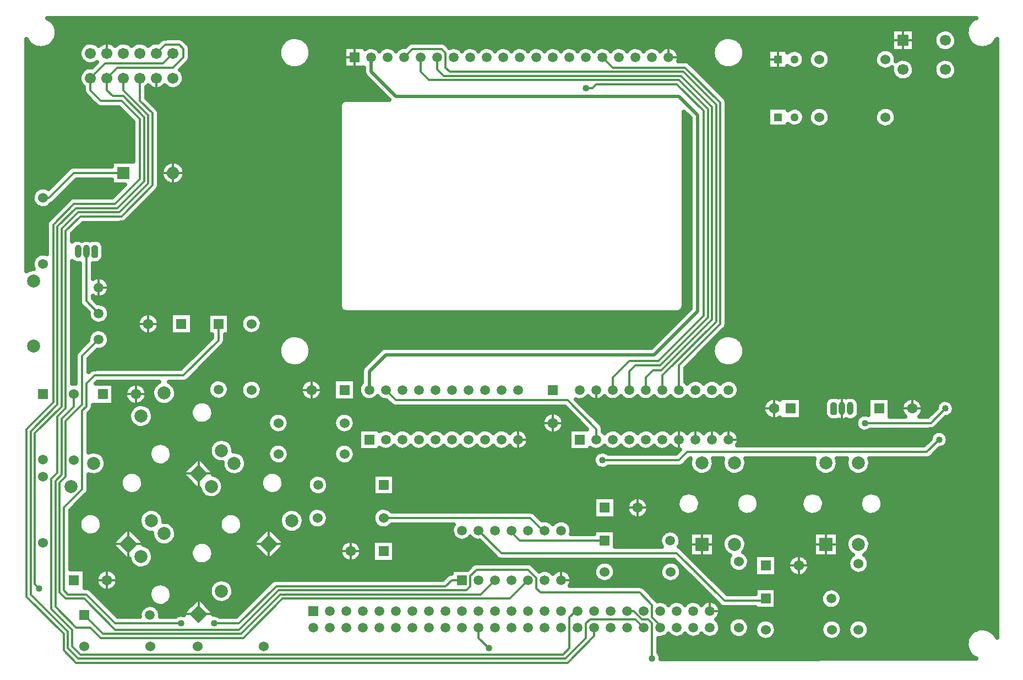
<source format=gbr>
G04 DipTrace 2.4.0.2*
%INBottom.gbr*%
%MOIN*%
%ADD13C,0.02*%
%ADD14C,0.013*%
%ADD15C,0.025*%
%ADD18C,0.063*%
%ADD19R,0.063X0.063*%
%ADD20R,0.0591X0.0591*%
%ADD21C,0.0591*%
%ADD22C,0.05*%
%ADD23R,0.05X0.05*%
%ADD25R,0.0748X0.0748*%
%ADD26C,0.0748*%
%ADD27O,0.0394X0.0787*%
%ADD28C,0.06*%
%ADD29C,0.06*%
%ADD30C,0.0787*%
%ADD31R,0.0787X0.0787*%
%ADD32R,0.0669X0.0669*%
%ADD33C,0.0669*%
%ADD34C,0.067*%
%ADD35C,0.04*%
%FSLAX44Y44*%
G04*
G70*
G90*
G75*
G01*
%LNBottom*%
%LPD*%
X30000Y8375D2*
D14*
Y8250D1*
X30500Y7750D1*
X35625D1*
X4250Y25250D2*
Y22250D1*
X5000Y21500D1*
X28000Y8375D2*
X29375Y7000D1*
X40000D1*
X42875Y4125D1*
X45250D1*
X45375Y4250D1*
X39000Y2500D2*
Y2625D1*
X38500Y3125D1*
Y3875D1*
X37750Y4625D1*
X31750D1*
X31500Y4875D1*
Y5500D1*
X31000Y6000D1*
X27875D1*
X27500Y5625D1*
Y5000D1*
X27250Y4750D1*
X15875D1*
X13500Y2375D1*
X6000D1*
X4125Y4250D1*
X3000D1*
X2625Y4625D1*
Y11250D1*
X3000Y11625D1*
Y15000D1*
X4000Y16000D1*
Y18925D1*
X5000Y19925D1*
X36125Y16875D2*
Y17625D1*
X37125Y18625D1*
X38875D1*
X41625Y21375D1*
Y33750D1*
X40000Y35375D1*
X35125D1*
X34875Y35125D1*
X34500D1*
X39125Y16875D2*
Y17750D1*
X42375Y21000D1*
Y34125D1*
X40375Y36125D1*
X26250D1*
X26000Y36375D1*
Y37250D1*
X25750Y37500D1*
X24000D1*
X23500Y37000D1*
X38125Y16875D2*
Y17625D1*
X38560Y18060D1*
X39060D1*
X42125Y21125D1*
Y34000D1*
X40250Y35875D1*
X25875D1*
X25500Y36250D1*
Y37000D1*
X40125Y16875D2*
Y18375D1*
X42625Y20875D1*
Y34250D1*
X40500Y36375D1*
X36125D1*
X35500Y37000D1*
X37125Y16875D2*
Y18000D1*
X37500Y18375D1*
X39000D1*
X41875Y21250D1*
Y33875D1*
X40125Y35625D1*
X25000D1*
X24500Y36125D1*
Y37000D1*
X35125Y13875D2*
Y14500D1*
X33375Y16250D1*
X23000D1*
X22375Y16875D1*
X29000Y5375D2*
X28125Y4500D1*
X16000D1*
X13625Y2125D1*
X5250D1*
X4125Y3250D1*
X28000Y2500D2*
Y1875D1*
X28625Y1250D1*
X3500Y16625D2*
Y15875D1*
X2750Y15125D1*
Y11750D1*
X2375Y11375D1*
Y3750D1*
X3625Y2500D1*
X4500D1*
X5125Y1875D1*
X13750D1*
X16125Y4250D1*
X29875D1*
X31000Y5375D1*
X35500Y12625D2*
X40125D1*
X40625Y13125D1*
X55125D1*
X55875Y13875D1*
X34000Y3500D2*
X33875D1*
X33500Y3125D1*
Y1250D1*
X33125Y875D1*
X3875D1*
X3375Y1375D1*
Y2375D1*
X2125Y3625D1*
Y11500D1*
X2500Y11875D1*
Y15250D1*
X3000Y15750D1*
Y26500D1*
X3875Y27375D1*
X6375D1*
X8250Y29250D1*
Y33625D1*
X7500Y34375D1*
Y35740D1*
X9500Y37240D2*
X8885Y36625D1*
X5385D1*
X4500Y35740D1*
X35000Y2500D2*
Y2000D1*
X33375Y375D1*
X3625D1*
X2875Y1125D1*
Y2125D1*
X625Y4375D1*
Y14500D1*
X2250Y16125D1*
Y26875D1*
X3500Y28125D1*
X6000D1*
X7500Y29625D1*
Y33250D1*
X6375Y34375D1*
X5125D1*
X4500Y35000D1*
Y35740D1*
X37000Y3500D2*
X37375D1*
X37875Y3000D1*
X38250D1*
X38500Y2750D1*
Y625D1*
X1375Y4875D2*
X1125Y5125D1*
Y14250D1*
X2750Y15875D1*
Y26625D1*
X3750Y27625D1*
X6250D1*
X8000Y29375D1*
Y33500D1*
X6500Y35000D1*
Y35740D1*
X5500D2*
X6135Y36375D1*
X9500D1*
X10125Y37000D1*
Y37500D1*
X9875Y37750D1*
X9010D1*
X8500Y37240D1*
X38000Y2500D2*
X37500Y3000D1*
X34750D1*
X34500Y2750D1*
Y1875D1*
X33250Y625D1*
X3750D1*
X3125Y1250D1*
Y2250D1*
X875Y4500D1*
Y14375D1*
X2500Y16000D1*
Y26750D1*
X3625Y27875D1*
X6125D1*
X7750Y29500D1*
Y33375D1*
X6477Y34648D1*
X5852D1*
X5500Y35000D1*
Y35740D1*
X21375Y16875D2*
D13*
Y18000D1*
X22375Y19000D1*
X38625D1*
X41250Y21625D1*
Y33500D1*
X40125Y34625D1*
X23000D1*
X21500Y36125D1*
Y37000D1*
X51375Y14875D2*
D14*
X55375D1*
X56250Y15750D1*
X32000Y8375D2*
X31875D1*
X31125Y9125D1*
X22250D1*
X1625Y28500D2*
X2000D1*
X3500Y30000D1*
X6504D1*
X27000Y5375D2*
X26375D1*
X26000Y5000D1*
X15750D1*
X13500Y2750D1*
X12000D1*
X10000D2*
X6000D1*
X4250Y4500D1*
X3125D1*
X2875Y4750D1*
Y9750D1*
X4000Y10875D1*
Y15625D1*
X4250Y15875D1*
Y17250D1*
X4750Y17750D1*
X10125D1*
X12250Y19875D1*
Y20875D1*
D35*
X34500Y35125D3*
X28625Y1250D3*
X35500Y12625D3*
X55875Y13875D3*
X38500Y625D3*
X1375Y4875D3*
X51375Y14875D3*
X56250Y15750D3*
X12000Y2750D3*
X10000D3*
X2254Y39126D2*
D15*
X57746D1*
X2406Y38878D2*
X57594D1*
X2476Y38629D2*
X52996D1*
X54386D2*
X55942D1*
X56558D2*
X57524D1*
X2476Y38380D2*
X52996D1*
X54386D2*
X55661D1*
X56839D2*
X57524D1*
X2410Y38132D2*
X8864D1*
X10019D2*
X16411D1*
X17328D2*
X42672D1*
X43589D2*
X52996D1*
X54386D2*
X55563D1*
X56937D2*
X57590D1*
X2261Y37883D2*
X4286D1*
X4714D2*
X5286D1*
X5714D2*
X6286D1*
X6714D2*
X7286D1*
X7714D2*
X8286D1*
X10332D2*
X16102D1*
X17640D2*
X23860D1*
X25890D2*
X42360D1*
X43898D2*
X52996D1*
X54386D2*
X55571D1*
X56929D2*
X57739D1*
X650Y37634D2*
X1059D1*
X1941D2*
X3934D1*
X10527D2*
X15954D1*
X17785D2*
X23543D1*
X26207D2*
X42215D1*
X44046D2*
X52996D1*
X54386D2*
X55680D1*
X56820D2*
X58059D1*
X58941D2*
X59352D1*
X650Y37385D2*
X3821D1*
X10550D2*
X15891D1*
X17847D2*
X19844D1*
X40023D2*
X42153D1*
X44109D2*
X45508D1*
X47429D2*
X48223D1*
X49027D2*
X52223D1*
X54386D2*
X56016D1*
X56484D2*
X59352D1*
X650Y37137D2*
X3813D1*
X10550D2*
X15895D1*
X17843D2*
X19844D1*
X40140D2*
X42157D1*
X44105D2*
X45508D1*
X47668D2*
X48020D1*
X49230D2*
X52020D1*
X53230D2*
X59352D1*
X650Y36888D2*
X3907D1*
X10535D2*
X15965D1*
X17773D2*
X19844D1*
X40144D2*
X42227D1*
X44035D2*
X45508D1*
X47730D2*
X47965D1*
X49285D2*
X51965D1*
X53285D2*
X53464D1*
X53918D2*
X56024D1*
X56476D2*
X59352D1*
X650Y36639D2*
X4180D1*
X10355D2*
X16125D1*
X17613D2*
X19844D1*
X40828D2*
X42387D1*
X43875D2*
X45508D1*
X47679D2*
X48012D1*
X49238D2*
X52012D1*
X54261D2*
X55680D1*
X56820D2*
X59352D1*
X650Y36391D2*
X4317D1*
X10105D2*
X16473D1*
X17265D2*
X19844D1*
X41074D2*
X42735D1*
X43527D2*
X45508D1*
X47472D2*
X48188D1*
X49062D2*
X52188D1*
X54371D2*
X55571D1*
X56929D2*
X59352D1*
X650Y36142D2*
X3938D1*
X10062D2*
X21039D1*
X41324D2*
X53004D1*
X54379D2*
X55563D1*
X56937D2*
X59352D1*
X650Y35893D2*
X3825D1*
X10175D2*
X21106D1*
X41574D2*
X53098D1*
X54281D2*
X55657D1*
X56843D2*
X59352D1*
X650Y35645D2*
X3813D1*
X10187D2*
X21340D1*
X41820D2*
X53379D1*
X54004D2*
X55938D1*
X56562D2*
X59352D1*
X650Y35396D2*
X3899D1*
X10101D2*
X21590D1*
X42070D2*
X59352D1*
X650Y35147D2*
X4075D1*
X7925D2*
X8164D1*
X8836D2*
X9164D1*
X9836D2*
X21836D1*
X42320D2*
X59352D1*
X650Y34899D2*
X4086D1*
X7925D2*
X22086D1*
X42566D2*
X59352D1*
X650Y34650D2*
X4258D1*
X7925D2*
X22336D1*
X42816D2*
X59352D1*
X650Y34401D2*
X4508D1*
X8066D2*
X19836D1*
X43019D2*
X59352D1*
X650Y34153D2*
X4758D1*
X8312D2*
X19579D1*
X43050D2*
X59352D1*
X650Y33904D2*
X6254D1*
X8562D2*
X19551D1*
X43050D2*
X45516D1*
X47398D2*
X48250D1*
X49000D2*
X52250D1*
X53000D2*
X59352D1*
X650Y33655D2*
X6504D1*
X8675D2*
X19551D1*
X43050D2*
X45516D1*
X47664D2*
X48032D1*
X49218D2*
X52032D1*
X53218D2*
X59352D1*
X650Y33406D2*
X6754D1*
X8675D2*
X19551D1*
X40449D2*
X40704D1*
X43050D2*
X45516D1*
X47734D2*
X47965D1*
X49285D2*
X51965D1*
X53285D2*
X59352D1*
X650Y33158D2*
X7000D1*
X8675D2*
X19551D1*
X40449D2*
X40789D1*
X43050D2*
X45516D1*
X47695D2*
X48004D1*
X49246D2*
X52004D1*
X53246D2*
X59352D1*
X650Y32909D2*
X7075D1*
X8675D2*
X19551D1*
X40449D2*
X40789D1*
X43050D2*
X45516D1*
X47504D2*
X48168D1*
X49082D2*
X52168D1*
X53082D2*
X59352D1*
X650Y32660D2*
X7075D1*
X8675D2*
X19551D1*
X40449D2*
X40789D1*
X43050D2*
X59352D1*
X650Y32412D2*
X7075D1*
X8675D2*
X19551D1*
X40449D2*
X40789D1*
X43050D2*
X59352D1*
X650Y32163D2*
X7075D1*
X8675D2*
X19551D1*
X40449D2*
X40789D1*
X43050D2*
X59352D1*
X650Y31914D2*
X7075D1*
X8675D2*
X19551D1*
X40449D2*
X40789D1*
X43050D2*
X59352D1*
X650Y31666D2*
X7075D1*
X8675D2*
X19551D1*
X40449D2*
X40789D1*
X43050D2*
X59352D1*
X650Y31417D2*
X7075D1*
X8675D2*
X19551D1*
X40449D2*
X40789D1*
X43050D2*
X59352D1*
X650Y31168D2*
X7075D1*
X8675D2*
X19551D1*
X40449D2*
X40789D1*
X43050D2*
X59352D1*
X650Y30920D2*
X7075D1*
X8675D2*
X19551D1*
X40449D2*
X40789D1*
X43050D2*
X59352D1*
X650Y30671D2*
X5770D1*
X8675D2*
X9243D1*
X9750D2*
X19551D1*
X40449D2*
X40789D1*
X43050D2*
X59352D1*
X650Y30422D2*
X5770D1*
X8675D2*
X8903D1*
X10089D2*
X19551D1*
X40449D2*
X40789D1*
X43050D2*
X59352D1*
X650Y30174D2*
X3082D1*
X10207D2*
X19551D1*
X40449D2*
X40789D1*
X43050D2*
X59352D1*
X650Y29925D2*
X2832D1*
X10226D2*
X19551D1*
X40449D2*
X40789D1*
X43050D2*
X59352D1*
X650Y29676D2*
X2586D1*
X8675D2*
X8839D1*
X10152D2*
X19551D1*
X40449D2*
X40789D1*
X43050D2*
X59352D1*
X650Y29427D2*
X2336D1*
X3519D2*
X5770D1*
X8675D2*
X9051D1*
X9941D2*
X19551D1*
X40449D2*
X40789D1*
X43050D2*
X59352D1*
X650Y29179D2*
X2090D1*
X3269D2*
X6465D1*
X8668D2*
X19551D1*
X40449D2*
X40789D1*
X43050D2*
X59352D1*
X650Y28930D2*
X1133D1*
X3019D2*
X6215D1*
X8519D2*
X19551D1*
X40449D2*
X40789D1*
X43050D2*
X59352D1*
X650Y28681D2*
X993D1*
X2773D2*
X5965D1*
X8273D2*
X19551D1*
X40449D2*
X40789D1*
X43050D2*
X59352D1*
X650Y28433D2*
X969D1*
X2523D2*
X3219D1*
X8023D2*
X19551D1*
X40449D2*
X40789D1*
X43050D2*
X59352D1*
X650Y28184D2*
X1051D1*
X2269D2*
X2969D1*
X7773D2*
X19551D1*
X40449D2*
X40789D1*
X43050D2*
X59352D1*
X650Y27935D2*
X1309D1*
X1941D2*
X2719D1*
X7527D2*
X19551D1*
X40449D2*
X40789D1*
X43050D2*
X59352D1*
X650Y27687D2*
X2473D1*
X7277D2*
X19551D1*
X40449D2*
X40789D1*
X43050D2*
X59352D1*
X650Y27438D2*
X2223D1*
X7027D2*
X19551D1*
X40449D2*
X40789D1*
X43050D2*
X59352D1*
X650Y27189D2*
X1973D1*
X6781D2*
X19551D1*
X40449D2*
X40789D1*
X43050D2*
X59352D1*
X650Y26941D2*
X1832D1*
X4031D2*
X19551D1*
X40449D2*
X40789D1*
X43050D2*
X59352D1*
X650Y26692D2*
X1825D1*
X3781D2*
X19551D1*
X40449D2*
X40789D1*
X43050D2*
X59352D1*
X650Y26443D2*
X1825D1*
X3535D2*
X19551D1*
X40449D2*
X40789D1*
X43050D2*
X59352D1*
X650Y26195D2*
X1825D1*
X3425D2*
X19551D1*
X40449D2*
X40789D1*
X43050D2*
X59352D1*
X650Y25946D2*
X1825D1*
X5019D2*
X19551D1*
X40449D2*
X40789D1*
X43050D2*
X59352D1*
X650Y25697D2*
X1825D1*
X5269D2*
X19551D1*
X40449D2*
X40789D1*
X43050D2*
X59352D1*
X650Y25448D2*
X1825D1*
X5308D2*
X19551D1*
X40449D2*
X40789D1*
X43050D2*
X59352D1*
X650Y25200D2*
X1825D1*
X5308D2*
X19551D1*
X40449D2*
X40789D1*
X43050D2*
X59352D1*
X650Y24951D2*
X1153D1*
X5308D2*
X19551D1*
X40449D2*
X40789D1*
X43050D2*
X59352D1*
X650Y24702D2*
X996D1*
X5195D2*
X19551D1*
X40449D2*
X40789D1*
X43050D2*
X59352D1*
X650Y24454D2*
X965D1*
X3425D2*
X3825D1*
X4675D2*
X19551D1*
X40449D2*
X40789D1*
X43050D2*
X59352D1*
X650Y24205D2*
X1039D1*
X3425D2*
X3825D1*
X4675D2*
X19551D1*
X40449D2*
X40789D1*
X43050D2*
X59352D1*
X3425Y23956D2*
X3825D1*
X4675D2*
X19551D1*
X40449D2*
X40789D1*
X43050D2*
X59352D1*
X3425Y23708D2*
X3825D1*
X4675D2*
X19551D1*
X40449D2*
X40789D1*
X43050D2*
X59352D1*
X3425Y23459D2*
X3825D1*
X5523D2*
X19551D1*
X40449D2*
X40789D1*
X43050D2*
X59352D1*
X3425Y23210D2*
X3825D1*
X5640D2*
X19551D1*
X40449D2*
X40789D1*
X43050D2*
X59352D1*
X3425Y22962D2*
X3825D1*
X5644D2*
X19551D1*
X40449D2*
X40789D1*
X43050D2*
X59352D1*
X3425Y22713D2*
X3825D1*
X5543D2*
X19551D1*
X40449D2*
X40789D1*
X43050D2*
X59352D1*
X3425Y22464D2*
X3825D1*
X4675D2*
X4818D1*
X5179D2*
X19551D1*
X40449D2*
X40789D1*
X43050D2*
X59352D1*
X3425Y22216D2*
X3829D1*
X4875D2*
X19551D1*
X40449D2*
X40789D1*
X43050D2*
X59352D1*
X3425Y21967D2*
X3942D1*
X5449D2*
X19551D1*
X40449D2*
X40789D1*
X43050D2*
X59352D1*
X3425Y21718D2*
X4192D1*
X5617D2*
X19657D1*
X40343D2*
X40704D1*
X43050D2*
X59352D1*
X3425Y21469D2*
X4344D1*
X5656D2*
X7711D1*
X8289D2*
X9325D1*
X10675D2*
X11594D1*
X12906D2*
X14000D1*
X14500D2*
X40454D1*
X43050D2*
X59352D1*
X3425Y21221D2*
X4411D1*
X5589D2*
X7426D1*
X8574D2*
X9325D1*
X10675D2*
X11594D1*
X12906D2*
X13692D1*
X14808D2*
X40207D1*
X43050D2*
X59352D1*
X3425Y20972D2*
X4629D1*
X5371D2*
X7332D1*
X8668D2*
X9325D1*
X10675D2*
X11594D1*
X12906D2*
X13598D1*
X14902D2*
X39957D1*
X43050D2*
X59352D1*
X3425Y20723D2*
X7344D1*
X8656D2*
X9325D1*
X10675D2*
X11594D1*
X12906D2*
X13610D1*
X14890D2*
X39707D1*
X43019D2*
X59352D1*
X3425Y20475D2*
X4668D1*
X5332D2*
X7461D1*
X8539D2*
X9325D1*
X10675D2*
X11594D1*
X12906D2*
X13731D1*
X14769D2*
X39461D1*
X42816D2*
X59352D1*
X3425Y20226D2*
X4422D1*
X5578D2*
X7942D1*
X8059D2*
X9325D1*
X10675D2*
X11825D1*
X12675D2*
X39211D1*
X42566D2*
X59352D1*
X3425Y19977D2*
X4348D1*
X5652D2*
X11762D1*
X12675D2*
X16227D1*
X17515D2*
X38961D1*
X42316D2*
X42485D1*
X43773D2*
X59352D1*
X3425Y19729D2*
X4211D1*
X5625D2*
X11512D1*
X12648D2*
X16016D1*
X17722D2*
X38715D1*
X42070D2*
X42278D1*
X43984D2*
X59352D1*
X3425Y19480D2*
X3965D1*
X5472D2*
X11266D1*
X12445D2*
X15914D1*
X17824D2*
X38465D1*
X41820D2*
X42176D1*
X44086D2*
X59352D1*
X3425Y19231D2*
X3715D1*
X4898D2*
X11016D1*
X12195D2*
X15887D1*
X17855D2*
X21965D1*
X41570D2*
X42145D1*
X44113D2*
X59352D1*
X3425Y18983D2*
X3582D1*
X4648D2*
X10766D1*
X11949D2*
X15922D1*
X17820D2*
X21719D1*
X41324D2*
X42180D1*
X44078D2*
X59352D1*
X3425Y18734D2*
X3575D1*
X4425D2*
X10520D1*
X11699D2*
X16032D1*
X17707D2*
X21469D1*
X41074D2*
X42293D1*
X43968D2*
X59352D1*
X3425Y18485D2*
X3575D1*
X4425D2*
X10270D1*
X11449D2*
X16258D1*
X17484D2*
X21219D1*
X40824D2*
X42516D1*
X43742D2*
X59352D1*
X3425Y18237D2*
X3575D1*
X4425D2*
X10020D1*
X11203D2*
X20985D1*
X40578D2*
X59352D1*
X3425Y17988D2*
X3575D1*
X10953D2*
X20914D1*
X40550D2*
X59352D1*
X3425Y17739D2*
X3575D1*
X10703D2*
X20914D1*
X40550D2*
X59352D1*
X3425Y17490D2*
X3575D1*
X10457D2*
X12008D1*
X12492D2*
X14071D1*
X14429D2*
X17641D1*
X18109D2*
X19200D1*
X20550D2*
X20914D1*
X40550D2*
X40965D1*
X41285D2*
X41965D1*
X42285D2*
X42965D1*
X43285D2*
X59352D1*
X5925Y17242D2*
X7020D1*
X7480D2*
X8461D1*
X9453D2*
X11696D1*
X12804D2*
X13707D1*
X14793D2*
X17313D1*
X18437D2*
X19200D1*
X20550D2*
X20836D1*
X43664D2*
X59352D1*
X5925Y16993D2*
X6688D1*
X7812D2*
X8270D1*
X9640D2*
X11602D1*
X12898D2*
X13602D1*
X14898D2*
X17211D1*
X18539D2*
X19200D1*
X20550D2*
X20731D1*
X43769D2*
X59352D1*
X5925Y16744D2*
X6586D1*
X7914D2*
X8204D1*
X9707D2*
X11614D1*
X12886D2*
X13602D1*
X14898D2*
X17215D1*
X18535D2*
X19200D1*
X20550D2*
X20735D1*
X43765D2*
X59352D1*
X5925Y16496D2*
X6586D1*
X7914D2*
X8227D1*
X9683D2*
X11739D1*
X12761D2*
X13715D1*
X14785D2*
X17321D1*
X18429D2*
X19200D1*
X20550D2*
X20848D1*
X43652D2*
X59352D1*
X5925Y16247D2*
X6696D1*
X7804D2*
X8348D1*
X9562D2*
X14133D1*
X14370D2*
X17684D1*
X18066D2*
X19200D1*
X20550D2*
X21297D1*
X21450D2*
X22297D1*
X34205D2*
X35047D1*
X35200D2*
X36047D1*
X36200D2*
X37047D1*
X37200D2*
X38047D1*
X38200D2*
X39047D1*
X39200D2*
X40047D1*
X40200D2*
X41047D1*
X41200D2*
X42047D1*
X42200D2*
X43047D1*
X43200D2*
X45430D1*
X47550D2*
X49012D1*
X50964D2*
X51575D1*
X52925D2*
X53805D1*
X54695D2*
X56028D1*
X56472D2*
X59352D1*
X5925Y15998D2*
X7051D1*
X7777D2*
X8692D1*
X9222D2*
X10750D1*
X11757D2*
X22661D1*
X34218D2*
X45250D1*
X47550D2*
X48942D1*
X51054D2*
X51575D1*
X52925D2*
X53625D1*
X54875D2*
X55750D1*
X56750D2*
X59352D1*
X4656Y15750D2*
X6969D1*
X8156D2*
X10582D1*
X11921D2*
X33286D1*
X34464D2*
X45200D1*
X47550D2*
X48942D1*
X51058D2*
X51575D1*
X52925D2*
X53575D1*
X54925D2*
X55661D1*
X56808D2*
X59352D1*
X4468Y15501D2*
X6840D1*
X8289D2*
X10539D1*
X11968D2*
X15743D1*
X16007D2*
X19743D1*
X20007D2*
X32301D1*
X32699D2*
X33532D1*
X34714D2*
X45250D1*
X47550D2*
X48942D1*
X51054D2*
X51575D1*
X52925D2*
X53625D1*
X54875D2*
X55411D1*
X56750D2*
X59352D1*
X4425Y15252D2*
X6813D1*
X8316D2*
X10586D1*
X11921D2*
X15340D1*
X16410D2*
X19340D1*
X20410D2*
X31946D1*
X33054D2*
X33782D1*
X34964D2*
X45434D1*
X47550D2*
X49012D1*
X56472D2*
X59352D1*
X4425Y15004D2*
X6871D1*
X8257D2*
X10754D1*
X11754D2*
X15227D1*
X16523D2*
X19227D1*
X20523D2*
X31836D1*
X33164D2*
X34032D1*
X35211D2*
X50832D1*
X56093D2*
X59352D1*
X4425Y14755D2*
X7047D1*
X8078D2*
X15227D1*
X16523D2*
X19227D1*
X20523D2*
X31836D1*
X33164D2*
X34278D1*
X35457D2*
X50829D1*
X55847D2*
X59352D1*
X4425Y14506D2*
X15332D1*
X16418D2*
X19332D1*
X20418D2*
X31942D1*
X33058D2*
X34528D1*
X35550D2*
X50961D1*
X55554D2*
X59352D1*
X4425Y14258D2*
X15704D1*
X16046D2*
X19704D1*
X20046D2*
X20719D1*
X30902D2*
X32274D1*
X32726D2*
X33469D1*
X43652D2*
X55477D1*
X56273D2*
X59352D1*
X4425Y14009D2*
X20719D1*
X31015D2*
X33469D1*
X43765D2*
X55332D1*
X56418D2*
X59352D1*
X4425Y13760D2*
X11938D1*
X12933D2*
X20719D1*
X31019D2*
X33469D1*
X43769D2*
X55168D1*
X56421D2*
X59352D1*
X4425Y13511D2*
X8262D1*
X9230D2*
X11750D1*
X13121D2*
X15473D1*
X16277D2*
X19473D1*
X20277D2*
X20719D1*
X30914D2*
X33469D1*
X56293D2*
X59352D1*
X4425Y13263D2*
X8086D1*
X9410D2*
X11684D1*
X13187D2*
X15274D1*
X16476D2*
X19274D1*
X20476D2*
X20719D1*
X22031D2*
X22198D1*
X22550D2*
X23200D1*
X23550D2*
X24200D1*
X24550D2*
X25200D1*
X25550D2*
X26200D1*
X26550D2*
X27200D1*
X27550D2*
X28200D1*
X28550D2*
X29200D1*
X29550D2*
X30200D1*
X30550D2*
X33469D1*
X34781D2*
X34948D1*
X35300D2*
X35950D1*
X36300D2*
X36950D1*
X37300D2*
X37950D1*
X38300D2*
X38950D1*
X39300D2*
X39950D1*
X55855D2*
X59352D1*
X5175Y13014D2*
X8032D1*
X9461D2*
X11707D1*
X13675D2*
X15215D1*
X16535D2*
X19215D1*
X20535D2*
X35110D1*
X55605D2*
X59352D1*
X5382Y12765D2*
X8075D1*
X9421D2*
X11832D1*
X13882D2*
X15258D1*
X16492D2*
X19258D1*
X20492D2*
X34957D1*
X55324D2*
X59352D1*
X5457Y12517D2*
X8227D1*
X9265D2*
X10692D1*
X11398D2*
X12176D1*
X13957D2*
X15438D1*
X16312D2*
X19438D1*
X20312D2*
X34950D1*
X40609D2*
X40766D1*
X42265D2*
X42735D1*
X44234D2*
X48266D1*
X49765D2*
X50235D1*
X51734D2*
X59352D1*
X5441Y12268D2*
X10442D1*
X11644D2*
X12473D1*
X13941D2*
X35079D1*
X40332D2*
X40789D1*
X42242D2*
X42758D1*
X44211D2*
X48289D1*
X49742D2*
X50258D1*
X51711D2*
X59352D1*
X5328Y12019D2*
X10196D1*
X11890D2*
X12582D1*
X13828D2*
X40911D1*
X42121D2*
X42879D1*
X44089D2*
X48411D1*
X49621D2*
X50379D1*
X51589D2*
X59352D1*
X5027Y11771D2*
X6524D1*
X7484D2*
X10129D1*
X11957D2*
X12883D1*
X13527D2*
X15024D1*
X15984D2*
X41258D1*
X41773D2*
X43227D1*
X43742D2*
X48758D1*
X49273D2*
X50727D1*
X51242D2*
X59352D1*
X4425Y11522D2*
X6344D1*
X7664D2*
X10282D1*
X12390D2*
X14844D1*
X16164D2*
X17758D1*
X18789D2*
X21594D1*
X22906D2*
X59352D1*
X4425Y11273D2*
X6289D1*
X7718D2*
X10528D1*
X12531D2*
X14789D1*
X16218D2*
X17637D1*
X18910D2*
X21594D1*
X22906D2*
X59352D1*
X4425Y11025D2*
X6329D1*
X7679D2*
X10778D1*
X12566D2*
X14829D1*
X16179D2*
X17625D1*
X18921D2*
X21594D1*
X22906D2*
X59352D1*
X4414Y10776D2*
X6481D1*
X7527D2*
X11110D1*
X12515D2*
X14981D1*
X16027D2*
X17723D1*
X18824D2*
X21594D1*
X22906D2*
X59352D1*
X4242Y10527D2*
X11274D1*
X12351D2*
X18051D1*
X18500D2*
X21594D1*
X22906D2*
X40258D1*
X41199D2*
X43801D1*
X44742D2*
X47758D1*
X48699D2*
X51301D1*
X52242D2*
X59352D1*
X3996Y10279D2*
X34950D1*
X36300D2*
X37223D1*
X38027D2*
X40075D1*
X41382D2*
X43618D1*
X44925D2*
X47575D1*
X48882D2*
X51118D1*
X52425D2*
X59352D1*
X3746Y10030D2*
X34950D1*
X36300D2*
X37012D1*
X38238D2*
X40016D1*
X41441D2*
X43559D1*
X44984D2*
X47516D1*
X48941D2*
X51059D1*
X52484D2*
X59352D1*
X3496Y9781D2*
X34950D1*
X36300D2*
X36950D1*
X38300D2*
X40051D1*
X41406D2*
X43594D1*
X44949D2*
X47551D1*
X48906D2*
X51094D1*
X52449D2*
X59352D1*
X3300Y9532D2*
X7715D1*
X8656D2*
X16215D1*
X17156D2*
X17739D1*
X18761D2*
X21739D1*
X22761D2*
X34950D1*
X36300D2*
X36989D1*
X38261D2*
X40196D1*
X41261D2*
X43739D1*
X44804D2*
X47696D1*
X48761D2*
X51239D1*
X52304D2*
X59352D1*
X3300Y9284D2*
X4039D1*
X4957D2*
X7512D1*
X8863D2*
X12539D1*
X13457D2*
X16012D1*
X17363D2*
X17610D1*
X18890D2*
X21610D1*
X31558D2*
X34950D1*
X36300D2*
X37149D1*
X38101D2*
X59352D1*
X3300Y9035D2*
X3844D1*
X5148D2*
X7438D1*
X8937D2*
X12344D1*
X13648D2*
X15938D1*
X17437D2*
X17597D1*
X18902D2*
X21598D1*
X31804D2*
X59352D1*
X3300Y8786D2*
X3786D1*
X5211D2*
X7454D1*
X9394D2*
X12286D1*
X13711D2*
X15954D1*
X17418D2*
X17688D1*
X18812D2*
X21688D1*
X33504D2*
X59352D1*
X3300Y8538D2*
X3817D1*
X5179D2*
X7563D1*
X9621D2*
X12317D1*
X13679D2*
X16063D1*
X17308D2*
X17985D1*
X18515D2*
X21985D1*
X22515D2*
X26368D1*
X33632D2*
X59352D1*
X3300Y8289D2*
X3957D1*
X5039D2*
X6465D1*
X7125D2*
X7868D1*
X9703D2*
X12457D1*
X13539D2*
X14965D1*
X15625D2*
X16368D1*
X17004D2*
X26352D1*
X33648D2*
X34969D1*
X36281D2*
X39250D1*
X39953D2*
X59352D1*
X3300Y8040D2*
X6215D1*
X7375D2*
X8215D1*
X9695D2*
X14715D1*
X15875D2*
X26442D1*
X36281D2*
X39016D1*
X40187D2*
X40762D1*
X42269D2*
X42930D1*
X44039D2*
X48262D1*
X49769D2*
X50430D1*
X51539D2*
X59352D1*
X3300Y7792D2*
X5965D1*
X7621D2*
X8317D1*
X9593D2*
X14465D1*
X16121D2*
X26735D1*
X27265D2*
X27735D1*
X36281D2*
X38946D1*
X40254D2*
X40762D1*
X42269D2*
X42774D1*
X44191D2*
X48262D1*
X49769D2*
X50274D1*
X51691D2*
X59352D1*
X3300Y7543D2*
X5879D1*
X7711D2*
X8590D1*
X9324D2*
X10801D1*
X11707D2*
X14379D1*
X16211D2*
X19727D1*
X20773D2*
X21575D1*
X22925D2*
X28243D1*
X36281D2*
X38981D1*
X40222D2*
X40762D1*
X42269D2*
X42731D1*
X44238D2*
X48262D1*
X49769D2*
X50231D1*
X51738D2*
X59352D1*
X3300Y7294D2*
X6008D1*
X8117D2*
X10602D1*
X11902D2*
X14508D1*
X16078D2*
X19598D1*
X20902D2*
X21575D1*
X22925D2*
X28489D1*
X40296D2*
X40762D1*
X42269D2*
X42774D1*
X44195D2*
X48262D1*
X49769D2*
X50274D1*
X51695D2*
X59352D1*
X3300Y7046D2*
X6258D1*
X8273D2*
X10539D1*
X11964D2*
X14758D1*
X15832D2*
X19579D1*
X20921D2*
X21575D1*
X22925D2*
X28739D1*
X40546D2*
X40762D1*
X42269D2*
X42922D1*
X44101D2*
X48262D1*
X49769D2*
X50422D1*
X51546D2*
X59352D1*
X3300Y6797D2*
X6504D1*
X8316D2*
X10571D1*
X11937D2*
X15004D1*
X15582D2*
X19664D1*
X20836D2*
X21575D1*
X22925D2*
X28989D1*
X40793D2*
X43164D1*
X44336D2*
X44700D1*
X46050D2*
X47000D1*
X47750D2*
X50500D1*
X51500D2*
X59352D1*
X3300Y6548D2*
X6852D1*
X8273D2*
X10711D1*
X11796D2*
X19926D1*
X20574D2*
X21575D1*
X22925D2*
X39860D1*
X41043D2*
X43090D1*
X44410D2*
X44700D1*
X46050D2*
X46774D1*
X47976D2*
X50364D1*
X51636D2*
X59352D1*
X3300Y6300D2*
X7004D1*
X8125D2*
X27586D1*
X31289D2*
X35129D1*
X36121D2*
X39129D1*
X41293D2*
X43121D1*
X44379D2*
X44700D1*
X46050D2*
X46704D1*
X48046D2*
X50344D1*
X51656D2*
X59352D1*
X3300Y6051D2*
X27336D1*
X31539D2*
X34989D1*
X36261D2*
X38989D1*
X41539D2*
X43278D1*
X44222D2*
X44700D1*
X46050D2*
X46731D1*
X48019D2*
X50430D1*
X51570D2*
X59352D1*
X4175Y5802D2*
X4985D1*
X6015D2*
X26344D1*
X33488D2*
X34969D1*
X36281D2*
X38969D1*
X40281D2*
X40606D1*
X41789D2*
X44700D1*
X46050D2*
X46879D1*
X47871D2*
X50700D1*
X51300D2*
X59352D1*
X4175Y5553D2*
X4852D1*
X6148D2*
X25961D1*
X33629D2*
X35051D1*
X36199D2*
X39051D1*
X40199D2*
X40856D1*
X42039D2*
X59352D1*
X4175Y5305D2*
X4829D1*
X6171D2*
X11996D1*
X12875D2*
X15465D1*
X33652D2*
X35321D1*
X35929D2*
X39321D1*
X39929D2*
X41106D1*
X42285D2*
X59352D1*
X4175Y5056D2*
X4911D1*
X6089D2*
X8321D1*
X9175D2*
X11774D1*
X13101D2*
X15215D1*
X33570D2*
X41352D1*
X42535D2*
X59352D1*
X4531Y4807D2*
X5157D1*
X5843D2*
X8106D1*
X9386D2*
X11688D1*
X13183D2*
X14965D1*
X38160D2*
X41602D1*
X42785D2*
X44719D1*
X46031D2*
X49032D1*
X49671D2*
X59352D1*
X4781Y4559D2*
X8036D1*
X9461D2*
X11696D1*
X13175D2*
X14719D1*
X38406D2*
X41852D1*
X43031D2*
X44719D1*
X46031D2*
X48778D1*
X49925D2*
X59352D1*
X5031Y4310D2*
X8059D1*
X9437D2*
X11801D1*
X13074D2*
X14469D1*
X38656D2*
X42098D1*
X46031D2*
X48700D1*
X50004D2*
X59352D1*
X5281Y4061D2*
X8188D1*
X9304D2*
X10735D1*
X11351D2*
X12071D1*
X12800D2*
X14219D1*
X39312D2*
X39688D1*
X40312D2*
X40688D1*
X41312D2*
X41688D1*
X46031D2*
X48727D1*
X49976D2*
X59352D1*
X5527Y3813D2*
X7793D1*
X8410D2*
X8641D1*
X8851D2*
X10489D1*
X11601D2*
X13973D1*
X46031D2*
X48871D1*
X49832D2*
X59352D1*
X5777Y3564D2*
X7532D1*
X8671D2*
X10239D1*
X11851D2*
X13723D1*
X42652D2*
X59352D1*
X6027Y3315D2*
X7450D1*
X8754D2*
X10125D1*
X11961D2*
X13473D1*
X42629D2*
X59352D1*
X42484Y3067D2*
X43438D1*
X44062D2*
X59352D1*
X42570Y2818D2*
X43176D1*
X44324D2*
X44895D1*
X45855D2*
X48895D1*
X49855D2*
X50520D1*
X51480D2*
X59352D1*
X42652Y2569D2*
X43094D1*
X44406D2*
X44746D1*
X46004D2*
X48746D1*
X50004D2*
X50371D1*
X51629D2*
X59352D1*
X42629Y2321D2*
X43118D1*
X44382D2*
X44719D1*
X46031D2*
X48719D1*
X50031D2*
X50344D1*
X51656D2*
X57977D1*
X59023D2*
X59352D1*
X42488Y2072D2*
X43254D1*
X44246D2*
X44793D1*
X45957D2*
X48793D1*
X49957D2*
X50418D1*
X51582D2*
X57704D1*
X38925Y1823D2*
X45036D1*
X45714D2*
X49036D1*
X49714D2*
X50661D1*
X51339D2*
X57571D1*
X38925Y1574D2*
X57520D1*
X38925Y1326D2*
X57532D1*
X38925Y1077D2*
X57614D1*
X39019Y828D2*
X57789D1*
X8649Y20850D2*
X8633Y20726D1*
X8593Y20608D1*
X8531Y20500D1*
X8449Y20405D1*
X8351Y20328D1*
X8240Y20271D1*
X8120Y20236D1*
X7996Y20225D1*
X7872Y20238D1*
X7752Y20274D1*
X7642Y20332D1*
X7545Y20411D1*
X7465Y20506D1*
X7404Y20616D1*
X7365Y20734D1*
X7350Y20858D1*
X7359Y20983D1*
X7391Y21103D1*
X7446Y21215D1*
X7521Y21315D1*
X7614Y21398D1*
X7721Y21462D1*
X7839Y21505D1*
X7962Y21524D1*
X8087Y21519D1*
X8208Y21491D1*
X8322Y21439D1*
X8424Y21367D1*
X8510Y21277D1*
X8578Y21172D1*
X8624Y21056D1*
X8647Y20934D1*
X8649Y20850D1*
X9475Y21525D2*
X10650D1*
Y20225D1*
X9350D1*
Y21525D1*
X9475D1*
X6149Y5350D2*
X6133Y5226D1*
X6093Y5108D1*
X6031Y5000D1*
X5949Y4905D1*
X5851Y4828D1*
X5740Y4771D1*
X5620Y4736D1*
X5496Y4725D1*
X5372Y4738D1*
X5252Y4774D1*
X5142Y4832D1*
X5045Y4911D1*
X4965Y5006D1*
X4904Y5116D1*
X4865Y5234D1*
X4850Y5358D1*
X4859Y5483D1*
X4891Y5603D1*
X4946Y5715D1*
X5021Y5815D1*
X5114Y5898D1*
X5221Y5962D1*
X5339Y6005D1*
X5462Y6024D1*
X5587Y6019D1*
X5708Y5991D1*
X5822Y5939D1*
X5924Y5867D1*
X6010Y5777D1*
X6078Y5672D1*
X6124Y5556D1*
X6147Y5434D1*
X6149Y5350D1*
X7899Y16600D2*
X7883Y16476D1*
X7843Y16358D1*
X7781Y16250D1*
X7699Y16155D1*
X7601Y16078D1*
X7482Y16018D1*
X7630Y16020D1*
X7753Y15998D1*
X7870Y15955D1*
X7979Y15893D1*
X8075Y15814D1*
X8156Y15719D1*
X8220Y15612D1*
X8265Y15495D1*
X8289Y15372D1*
X8293Y15294D1*
X8282Y15170D1*
X8250Y15049D1*
X8198Y14935D1*
X8128Y14832D1*
X8041Y14743D1*
X7940Y14670D1*
X7828Y14615D1*
X7708Y14580D1*
X7584Y14566D1*
X7459Y14573D1*
X7338Y14601D1*
X7223Y14650D1*
X7118Y14718D1*
X7026Y14803D1*
X6950Y14902D1*
X6892Y15012D1*
X6854Y15131D1*
X6836Y15255D1*
X6840Y15379D1*
X6866Y15502D1*
X6911Y15618D1*
X6976Y15725D1*
X7058Y15819D1*
X7155Y15897D1*
X7264Y15958D1*
X7327Y15980D1*
X7196Y15977D1*
X7073Y16000D1*
X6957Y16045D1*
X6851Y16112D1*
X6761Y16197D1*
X6688Y16299D1*
X6636Y16412D1*
X6607Y16533D1*
X6601Y16658D1*
X6619Y16782D1*
X6661Y16899D1*
X6724Y17007D1*
X6807Y17100D1*
X6906Y17176D1*
X7017Y17232D1*
X7138Y17265D1*
X7262Y17275D1*
X7386Y17261D1*
X7505Y17223D1*
X7615Y17163D1*
X7711Y17083D1*
X7790Y16987D1*
X7849Y16877D1*
X7886Y16758D1*
X7900Y16625D1*
X7899Y16600D1*
X20899Y7100D2*
X20883Y6976D1*
X20843Y6858D1*
X20781Y6750D1*
X20699Y6655D1*
X20601Y6578D1*
X20490Y6521D1*
X20370Y6486D1*
X20246Y6475D1*
X20122Y6488D1*
X20002Y6524D1*
X19892Y6582D1*
X19795Y6661D1*
X19715Y6756D1*
X19654Y6866D1*
X19615Y6984D1*
X19600Y7108D1*
X19609Y7233D1*
X19641Y7353D1*
X19696Y7465D1*
X19771Y7565D1*
X19864Y7648D1*
X19971Y7712D1*
X20089Y7755D1*
X20212Y7774D1*
X20337Y7769D1*
X20458Y7741D1*
X20572Y7689D1*
X20674Y7617D1*
X20760Y7527D1*
X20828Y7422D1*
X20874Y7306D1*
X20897Y7184D1*
X20899Y7100D1*
X21725Y7775D2*
X22900D1*
Y6475D1*
X21600D1*
Y7775D1*
X21725D1*
X38274Y9725D2*
X38258Y9601D1*
X38218Y9483D1*
X38156Y9375D1*
X38074Y9280D1*
X37976Y9203D1*
X37865Y9146D1*
X37745Y9111D1*
X37621Y9100D1*
X37497Y9113D1*
X37377Y9149D1*
X37267Y9207D1*
X37170Y9286D1*
X37090Y9381D1*
X37029Y9491D1*
X36990Y9609D1*
X36975Y9733D1*
X36984Y9858D1*
X37016Y9978D1*
X37071Y10090D1*
X37146Y10190D1*
X37239Y10273D1*
X37346Y10337D1*
X37464Y10380D1*
X37587Y10399D1*
X37712Y10394D1*
X37833Y10366D1*
X37947Y10314D1*
X38049Y10242D1*
X38135Y10152D1*
X38203Y10047D1*
X38249Y9931D1*
X38272Y9809D1*
X38274Y9725D1*
X35100Y10400D2*
X36275D1*
Y9100D1*
X34975D1*
Y10400D1*
X35100D1*
X48024Y6225D2*
X48008Y6101D1*
X47968Y5983D1*
X47906Y5875D1*
X47824Y5780D1*
X47726Y5703D1*
X47615Y5646D1*
X47495Y5611D1*
X47371Y5600D1*
X47247Y5613D1*
X47127Y5649D1*
X47017Y5707D1*
X46920Y5786D1*
X46840Y5881D1*
X46779Y5991D1*
X46740Y6109D1*
X46725Y6233D1*
X46734Y6358D1*
X46766Y6478D1*
X46821Y6590D1*
X46896Y6690D1*
X46989Y6773D1*
X47096Y6837D1*
X47214Y6880D1*
X47337Y6899D1*
X47462Y6894D1*
X47583Y6866D1*
X47697Y6814D1*
X47799Y6742D1*
X47885Y6652D1*
X47953Y6547D1*
X47999Y6431D1*
X48022Y6309D1*
X48024Y6225D1*
X44850Y6900D2*
X46025D1*
Y5600D1*
X44725D1*
Y6900D1*
X44850D1*
X46225Y15203D2*
X46115Y15146D1*
X45995Y15111D1*
X45871Y15100D1*
X45747Y15113D1*
X45627Y15149D1*
X45517Y15207D1*
X45420Y15286D1*
X45340Y15381D1*
X45279Y15491D1*
X45240Y15609D1*
X45225Y15733D1*
X45234Y15858D1*
X45266Y15978D1*
X45321Y16090D1*
X45396Y16190D1*
X45489Y16273D1*
X45596Y16337D1*
X45714Y16380D1*
X45837Y16399D1*
X45962Y16394D1*
X46083Y16366D1*
X46197Y16314D1*
X46225Y16298D1*
Y16400D1*
X47525D1*
Y15100D1*
X46225D1*
Y15206D1*
X54899Y15725D2*
X54883Y15601D1*
X54843Y15483D1*
X54781Y15375D1*
X54693Y15274D1*
X55207Y15275D1*
X55714Y15779D1*
X55750Y15940D1*
X55807Y16051D1*
X55889Y16145D1*
X55990Y16218D1*
X56106Y16265D1*
X56229Y16285D1*
X56353Y16275D1*
X56472Y16237D1*
X56579Y16172D1*
X56667Y16085D1*
X56734Y15979D1*
X56773Y15861D1*
X56785Y15750D1*
X56770Y15626D1*
X56728Y15509D1*
X56659Y15405D1*
X56568Y15320D1*
X56460Y15258D1*
X56340Y15223D1*
X56282Y15220D1*
X55658Y14592D1*
X55557Y14519D1*
X55435Y14480D1*
X55125Y14475D1*
X51730D1*
X51585Y14383D1*
X51465Y14348D1*
X51340Y14341D1*
X51218Y14364D1*
X51104Y14414D1*
X51004Y14489D1*
X50925Y14586D1*
X50870Y14698D1*
X50843Y14819D1*
X50844Y14944D1*
X50875Y15065D1*
X50932Y15176D1*
X51014Y15270D1*
X51115Y15343D1*
X51231Y15390D1*
X51354Y15410D1*
X51478Y15400D1*
X51600Y15360D1*
Y16400D1*
X52900D1*
Y15271D1*
X53625Y15275D1*
X53809D1*
X53745Y15341D1*
X53676Y15445D1*
X53628Y15561D1*
X53603Y15683D1*
Y15808D1*
X53626Y15931D1*
X53672Y16047D1*
X53739Y16152D1*
X53825Y16242D1*
X53927Y16314D1*
X54041Y16365D1*
X54162Y16394D1*
X54287Y16399D1*
X54410Y16380D1*
X54528Y16338D1*
X54635Y16274D1*
X54728Y16190D1*
X54803Y16091D1*
X54858Y15979D1*
X54891Y15858D1*
X54899Y15725D1*
X18524Y16850D2*
X18508Y16726D1*
X18468Y16608D1*
X18406Y16500D1*
X18324Y16405D1*
X18226Y16328D1*
X18115Y16271D1*
X17995Y16236D1*
X17871Y16225D1*
X17747Y16238D1*
X17627Y16274D1*
X17517Y16332D1*
X17420Y16411D1*
X17340Y16506D1*
X17279Y16616D1*
X17240Y16734D1*
X17225Y16858D1*
X17234Y16983D1*
X17266Y17103D1*
X17321Y17215D1*
X17396Y17315D1*
X17489Y17398D1*
X17596Y17462D1*
X17714Y17505D1*
X17837Y17524D1*
X17962Y17519D1*
X18083Y17491D1*
X18197Y17439D1*
X18299Y17367D1*
X18385Y17277D1*
X18453Y17172D1*
X18499Y17056D1*
X18522Y16934D1*
X18524Y16850D1*
X19350Y17525D2*
X20525D1*
Y16225D1*
X19225D1*
Y17525D1*
X19350D1*
X33149Y14850D2*
X33133Y14726D1*
X33093Y14608D1*
X33031Y14500D1*
X32949Y14405D1*
X32851Y14328D1*
X32740Y14271D1*
X32620Y14236D1*
X32496Y14225D1*
X32372Y14238D1*
X32252Y14274D1*
X32142Y14332D1*
X32045Y14411D1*
X31965Y14506D1*
X31904Y14616D1*
X31865Y14734D1*
X31850Y14858D1*
X31859Y14983D1*
X31891Y15103D1*
X31946Y15215D1*
X32021Y15315D1*
X32114Y15398D1*
X32221Y15462D1*
X32339Y15505D1*
X32462Y15524D1*
X32587Y15519D1*
X32708Y15491D1*
X32822Y15439D1*
X32924Y15367D1*
X33010Y15277D1*
X33078Y15172D1*
X33124Y15056D1*
X33147Y14934D1*
X33149Y14850D1*
X12868Y16774D2*
X12831Y16655D1*
X12772Y16545D1*
X12692Y16449D1*
X12595Y16371D1*
X12484Y16314D1*
X12364Y16279D1*
X12240Y16268D1*
X12116Y16283D1*
X11997Y16321D1*
X11889Y16382D1*
X11794Y16464D1*
X11717Y16562D1*
X11661Y16674D1*
X11628Y16794D1*
X11620Y16919D1*
X11636Y17042D1*
X11677Y17160D1*
X11739Y17268D1*
X11822Y17362D1*
X11922Y17437D1*
X12034Y17491D1*
X12155Y17522D1*
X12280Y17528D1*
X12403Y17510D1*
X12521Y17468D1*
X12628Y17403D1*
X12720Y17319D1*
X12793Y17218D1*
X12846Y17105D1*
X12875Y16984D1*
X12880Y16899D1*
X12868Y16774D1*
X21745Y11755D2*
X22880D1*
Y10495D1*
X21620D1*
Y11755D1*
X21745D1*
X18892Y11001D2*
X18855Y10882D1*
X18796Y10772D1*
X18716Y10676D1*
X18619Y10598D1*
X18508Y10540D1*
X18388Y10505D1*
X18264Y10495D1*
X18140Y10509D1*
X18021Y10548D1*
X17912Y10609D1*
X17818Y10690D1*
X17741Y10788D1*
X17685Y10900D1*
X17652Y11020D1*
X17644Y11145D1*
X17660Y11269D1*
X17700Y11387D1*
X17763Y11495D1*
X17846Y11588D1*
X17946Y11663D1*
X18058Y11717D1*
X18179Y11748D1*
X18304Y11755D1*
X18427Y11736D1*
X18544Y11694D1*
X18651Y11630D1*
X18743Y11545D1*
X18817Y11445D1*
X18869Y11331D1*
X18898Y11210D1*
X18904Y11125D1*
X18892Y11001D1*
X35120Y8380D2*
X36255D1*
Y7400D1*
X39074D1*
X39013Y7525D1*
X38980Y7645D1*
X38971Y7770D1*
X38988Y7894D1*
X39028Y8012D1*
X39091Y8120D1*
X39174Y8213D1*
X39273Y8288D1*
X39386Y8342D1*
X39507Y8373D1*
X39631Y8380D1*
X39755Y8361D1*
X39872Y8319D1*
X39979Y8255D1*
X40071Y8170D1*
X40145Y8070D1*
X40197Y7956D1*
X40226Y7835D1*
X40232Y7750D1*
X40219Y7626D1*
X40183Y7507D1*
X40111Y7382D1*
X40237Y7322D1*
X40460Y7106D1*
X43042Y4523D1*
X44746Y4525D1*
X44745Y4880D1*
X46005D1*
Y3620D1*
X44745D1*
Y3725D1*
X42875D1*
X42752Y3744D1*
X42638Y3803D1*
X42415Y4019D1*
X39833Y6602D1*
X31125Y6600D1*
X29375D1*
X29252Y6619D1*
X29138Y6678D1*
X28915Y6894D1*
X28062Y7747D1*
X27990Y7745D1*
X27866Y7759D1*
X27747Y7798D1*
X27639Y7859D1*
X27544Y7940D1*
X27503Y7992D1*
X27442Y7926D1*
X27345Y7848D1*
X27234Y7790D1*
X27114Y7755D1*
X26990Y7745D1*
X26866Y7759D1*
X26747Y7798D1*
X26639Y7859D1*
X26544Y7940D1*
X26467Y8038D1*
X26411Y8150D1*
X26378Y8270D1*
X26370Y8395D1*
X26386Y8519D1*
X26427Y8637D1*
X26480Y8728D1*
X24875Y8725D1*
X22746D1*
X22601Y8596D1*
X22491Y8538D1*
X22372Y8502D1*
X22247Y8490D1*
X22123Y8503D1*
X22004Y8540D1*
X21894Y8599D1*
X21798Y8679D1*
X21720Y8776D1*
X21662Y8886D1*
X21626Y9006D1*
X21615Y9130D1*
X21628Y9254D1*
X21666Y9373D1*
X21725Y9483D1*
X21806Y9578D1*
X21903Y9657D1*
X22013Y9714D1*
X22133Y9749D1*
X22258Y9760D1*
X22382Y9746D1*
X22501Y9708D1*
X22610Y9648D1*
X22705Y9568D1*
X22742Y9522D1*
X23250Y9525D1*
X31125D1*
X31248Y9506D1*
X31362Y9447D1*
X31585Y9231D1*
X31830Y8985D1*
X32030Y9005D1*
X32153Y8986D1*
X32271Y8944D1*
X32378Y8880D1*
X32470Y8795D1*
X32500Y8754D1*
X32572Y8838D1*
X32672Y8913D1*
X32784Y8967D1*
X32905Y8998D1*
X33030Y9005D1*
X33153Y8986D1*
X33271Y8944D1*
X33378Y8880D1*
X33470Y8795D1*
X33543Y8695D1*
X33596Y8581D1*
X33625Y8460D1*
X33630Y8375D1*
X33618Y8251D1*
X33587Y8150D1*
X34996D1*
X34995Y8380D1*
X35120D1*
X49969Y4126D2*
X49933Y4007D1*
X49873Y3897D1*
X49794Y3801D1*
X49696Y3723D1*
X49586Y3665D1*
X49466Y3630D1*
X49341Y3620D1*
X49217Y3634D1*
X49099Y3673D1*
X48990Y3734D1*
X48895Y3815D1*
X48819Y3913D1*
X48763Y4025D1*
X48730Y4145D1*
X48721Y4270D1*
X48738Y4394D1*
X48778Y4512D1*
X48841Y4620D1*
X48924Y4713D1*
X49023Y4788D1*
X49136Y4842D1*
X49257Y4873D1*
X49381Y4880D1*
X49505Y4861D1*
X49622Y4819D1*
X49729Y4755D1*
X49821Y4670D1*
X49895Y4570D1*
X49947Y4456D1*
X49976Y4335D1*
X49982Y4250D1*
X49969Y4126D1*
X47692Y36751D2*
X47652Y36633D1*
X47589Y36525D1*
X47504Y36434D1*
X47402Y36362D1*
X47287Y36314D1*
X47164Y36292D1*
X47039Y36296D1*
X46918Y36326D1*
X46806Y36381D1*
X46705Y36460D1*
Y36290D1*
X45535D1*
Y37460D1*
X46705D1*
Y37287D1*
X46765Y37340D1*
X46871Y37405D1*
X46989Y37445D1*
X47113Y37460D1*
X47237Y37448D1*
X47356Y37410D1*
X47464Y37348D1*
X47557Y37264D1*
X47629Y37163D1*
X47679Y37048D1*
X47705Y36875D1*
X47692Y36751D1*
X47697Y33251D2*
X47657Y33133D1*
X47594Y33025D1*
X47509Y32934D1*
X47407Y32862D1*
X47292Y32814D1*
X47169Y32792D1*
X47044Y32796D1*
X46923Y32826D1*
X46811Y32881D1*
X46710Y32960D1*
Y32790D1*
X45540D1*
Y33960D1*
X46710D1*
Y33784D1*
X46770Y33840D1*
X46876Y33905D1*
X46994Y33945D1*
X47118Y33960D1*
X47242Y33948D1*
X47361Y33910D1*
X47469Y33848D1*
X47562Y33764D1*
X47634Y33663D1*
X47684Y33548D1*
X47710Y33375D1*
X47697Y33251D1*
X19895Y37630D2*
X21130D1*
Y37511D1*
X21284Y37592D1*
X21405Y37623D1*
X21530Y37630D1*
X21653Y37611D1*
X21771Y37569D1*
X21878Y37505D1*
X21970Y37420D1*
X22000Y37379D1*
X22072Y37463D1*
X22172Y37538D1*
X22284Y37592D1*
X22405Y37623D1*
X22530Y37630D1*
X22653Y37611D1*
X22771Y37569D1*
X22878Y37505D1*
X22970Y37420D1*
X23000Y37379D1*
X23072Y37463D1*
X23172Y37538D1*
X23284Y37592D1*
X23405Y37623D1*
X23557Y37626D1*
X23717Y37783D1*
X23818Y37856D1*
X23940Y37895D1*
X24250Y37900D1*
X25750D1*
X25873Y37881D1*
X25987Y37822D1*
X26210Y37606D1*
X26239Y37576D1*
X26405Y37623D1*
X26530Y37630D1*
X26653Y37611D1*
X26771Y37569D1*
X26878Y37505D1*
X26970Y37420D1*
X27000Y37379D1*
X27072Y37463D1*
X27172Y37538D1*
X27284Y37592D1*
X27405Y37623D1*
X27530Y37630D1*
X27653Y37611D1*
X27771Y37569D1*
X27878Y37505D1*
X27970Y37420D1*
X28000Y37379D1*
X28072Y37463D1*
X28172Y37538D1*
X28284Y37592D1*
X28405Y37623D1*
X28530Y37630D1*
X28653Y37611D1*
X28771Y37569D1*
X28878Y37505D1*
X28970Y37420D1*
X29000Y37379D1*
X29072Y37463D1*
X29172Y37538D1*
X29284Y37592D1*
X29405Y37623D1*
X29530Y37630D1*
X29653Y37611D1*
X29771Y37569D1*
X29878Y37505D1*
X29970Y37420D1*
X30000Y37379D1*
X30072Y37463D1*
X30172Y37538D1*
X30284Y37592D1*
X30405Y37623D1*
X30530Y37630D1*
X30653Y37611D1*
X30771Y37569D1*
X30878Y37505D1*
X30970Y37420D1*
X31000Y37379D1*
X31072Y37463D1*
X31172Y37538D1*
X31284Y37592D1*
X31405Y37623D1*
X31530Y37630D1*
X31653Y37611D1*
X31771Y37569D1*
X31878Y37505D1*
X31970Y37420D1*
X32000Y37379D1*
X32072Y37463D1*
X32172Y37538D1*
X32284Y37592D1*
X32405Y37623D1*
X32530Y37630D1*
X32653Y37611D1*
X32771Y37569D1*
X32878Y37505D1*
X32970Y37420D1*
X33000Y37379D1*
X33072Y37463D1*
X33172Y37538D1*
X33284Y37592D1*
X33405Y37623D1*
X33530Y37630D1*
X33653Y37611D1*
X33771Y37569D1*
X33878Y37505D1*
X33970Y37420D1*
X34000Y37379D1*
X34072Y37463D1*
X34172Y37538D1*
X34284Y37592D1*
X34405Y37623D1*
X34530Y37630D1*
X34653Y37611D1*
X34771Y37569D1*
X34878Y37505D1*
X34970Y37420D1*
X35000Y37379D1*
X35072Y37463D1*
X35172Y37538D1*
X35284Y37592D1*
X35405Y37623D1*
X35530Y37630D1*
X35653Y37611D1*
X35771Y37569D1*
X35878Y37505D1*
X35970Y37420D1*
X36000Y37379D1*
X36072Y37463D1*
X36172Y37538D1*
X36284Y37592D1*
X36405Y37623D1*
X36530Y37630D1*
X36653Y37611D1*
X36771Y37569D1*
X36878Y37505D1*
X36970Y37420D1*
X37000Y37379D1*
X37072Y37463D1*
X37172Y37538D1*
X37284Y37592D1*
X37405Y37623D1*
X37530Y37630D1*
X37653Y37611D1*
X37771Y37569D1*
X37878Y37505D1*
X37970Y37420D1*
X38000Y37379D1*
X38072Y37463D1*
X38172Y37538D1*
X38284Y37592D1*
X38405Y37623D1*
X38530Y37630D1*
X38653Y37611D1*
X38771Y37569D1*
X38878Y37505D1*
X38970Y37420D1*
X39000Y37379D1*
X39054Y37446D1*
X39151Y37525D1*
X39261Y37583D1*
X39381Y37619D1*
X39505Y37630D1*
X39629Y37617D1*
X39748Y37579D1*
X39857Y37519D1*
X39953Y37439D1*
X40030Y37341D1*
X40087Y37230D1*
X40121Y37110D1*
X40130Y36975D1*
X40113Y36851D1*
X40089Y36775D1*
X40500D1*
X40623Y36756D1*
X40737Y36697D1*
X40960Y36481D1*
X42908Y34533D1*
X42981Y34432D1*
X43020Y34310D1*
X43025Y34000D1*
Y20875D1*
X43006Y20752D1*
X42947Y20638D1*
X42731Y20415D1*
X40524Y18208D1*
X40525Y17363D1*
X40625Y17254D1*
X40697Y17338D1*
X40797Y17413D1*
X40909Y17467D1*
X41030Y17498D1*
X41155Y17505D1*
X41278Y17486D1*
X41396Y17444D1*
X41503Y17380D1*
X41595Y17295D1*
X41625Y17254D1*
X41697Y17338D1*
X41797Y17413D1*
X41909Y17467D1*
X42030Y17498D1*
X42155Y17505D1*
X42278Y17486D1*
X42396Y17444D1*
X42503Y17380D1*
X42595Y17295D1*
X42625Y17254D1*
X42697Y17338D1*
X42797Y17413D1*
X42909Y17467D1*
X43030Y17498D1*
X43155Y17505D1*
X43278Y17486D1*
X43396Y17444D1*
X43503Y17380D1*
X43595Y17295D1*
X43668Y17195D1*
X43721Y17081D1*
X43750Y16960D1*
X43755Y16875D1*
X43743Y16751D1*
X43706Y16632D1*
X43647Y16522D1*
X43567Y16426D1*
X43470Y16348D1*
X43359Y16290D1*
X43239Y16255D1*
X43115Y16245D1*
X42991Y16259D1*
X42872Y16298D1*
X42764Y16359D1*
X42669Y16440D1*
X42628Y16492D1*
X42567Y16426D1*
X42470Y16348D1*
X42359Y16290D1*
X42239Y16255D1*
X42115Y16245D1*
X41991Y16259D1*
X41872Y16298D1*
X41764Y16359D1*
X41669Y16440D1*
X41628Y16492D1*
X41567Y16426D1*
X41470Y16348D1*
X41359Y16290D1*
X41239Y16255D1*
X41115Y16245D1*
X40991Y16259D1*
X40872Y16298D1*
X40764Y16359D1*
X40669Y16440D1*
X40628Y16492D1*
X40567Y16426D1*
X40470Y16348D1*
X40359Y16290D1*
X40239Y16255D1*
X40115Y16245D1*
X39991Y16259D1*
X39872Y16298D1*
X39764Y16359D1*
X39669Y16440D1*
X39628Y16492D1*
X39567Y16426D1*
X39470Y16348D1*
X39359Y16290D1*
X39239Y16255D1*
X39115Y16245D1*
X38991Y16259D1*
X38872Y16298D1*
X38764Y16359D1*
X38669Y16440D1*
X38628Y16492D1*
X38567Y16426D1*
X38470Y16348D1*
X38359Y16290D1*
X38239Y16255D1*
X38115Y16245D1*
X37991Y16259D1*
X37872Y16298D1*
X37764Y16359D1*
X37669Y16440D1*
X37628Y16492D1*
X37567Y16426D1*
X37470Y16348D1*
X37359Y16290D1*
X37239Y16255D1*
X37115Y16245D1*
X36991Y16259D1*
X36872Y16298D1*
X36764Y16359D1*
X36669Y16440D1*
X36628Y16492D1*
X36567Y16426D1*
X36470Y16348D1*
X36359Y16290D1*
X36239Y16255D1*
X36115Y16245D1*
X35991Y16259D1*
X35872Y16298D1*
X35764Y16359D1*
X35669Y16440D1*
X35628Y16492D1*
X35530Y16392D1*
X35427Y16322D1*
X35312Y16273D1*
X35190Y16248D1*
X35065D1*
X34943Y16272D1*
X34827Y16319D1*
X34724Y16389D1*
X34636Y16478D1*
X34625Y16492D1*
X34567Y16426D1*
X34470Y16348D1*
X34359Y16290D1*
X34239Y16255D1*
X34115Y16245D1*
X33991Y16259D1*
X33906Y16287D1*
X35408Y14783D1*
X35481Y14682D1*
X35520Y14560D1*
X35525Y14363D1*
X35625Y14254D1*
X35697Y14338D1*
X35797Y14413D1*
X35909Y14467D1*
X36030Y14498D1*
X36155Y14505D1*
X36278Y14486D1*
X36396Y14444D1*
X36503Y14380D1*
X36595Y14295D1*
X36625Y14254D1*
X36697Y14338D1*
X36797Y14413D1*
X36909Y14467D1*
X37030Y14498D1*
X37155Y14505D1*
X37278Y14486D1*
X37396Y14444D1*
X37503Y14380D1*
X37595Y14295D1*
X37625Y14254D1*
X37697Y14338D1*
X37797Y14413D1*
X37909Y14467D1*
X38030Y14498D1*
X38155Y14505D1*
X38278Y14486D1*
X38396Y14444D1*
X38503Y14380D1*
X38595Y14295D1*
X38625Y14254D1*
X38697Y14338D1*
X38797Y14413D1*
X38909Y14467D1*
X39030Y14498D1*
X39155Y14505D1*
X39278Y14486D1*
X39396Y14444D1*
X39503Y14380D1*
X39595Y14295D1*
X39625Y14254D1*
X39679Y14321D1*
X39776Y14400D1*
X39886Y14458D1*
X40006Y14494D1*
X40130Y14505D1*
X40254Y14492D1*
X40373Y14454D1*
X40482Y14394D1*
X40578Y14314D1*
X40625Y14259D1*
X40716Y14355D1*
X40818Y14426D1*
X40933Y14475D1*
X41055Y14501D1*
X41180Y14503D1*
X41302Y14480D1*
X41418Y14433D1*
X41522Y14364D1*
X41611Y14276D1*
X41625Y14259D1*
X41716Y14355D1*
X41818Y14426D1*
X41933Y14475D1*
X42055Y14501D1*
X42180Y14503D1*
X42302Y14480D1*
X42418Y14433D1*
X42522Y14364D1*
X42611Y14276D1*
X42625Y14259D1*
X42716Y14355D1*
X42818Y14426D1*
X42933Y14475D1*
X43055Y14501D1*
X43180Y14503D1*
X43302Y14480D1*
X43418Y14433D1*
X43522Y14364D1*
X43611Y14276D1*
X43680Y14173D1*
X43728Y14057D1*
X43752Y13935D1*
X43751Y13800D1*
X43724Y13678D1*
X43673Y13564D1*
X43649Y13525D1*
X54957D1*
X55342Y13908D1*
X55375Y14065D1*
X55432Y14176D1*
X55514Y14270D1*
X55615Y14343D1*
X55731Y14390D1*
X55854Y14410D1*
X55978Y14400D1*
X56097Y14362D1*
X56204Y14297D1*
X56292Y14210D1*
X56359Y14104D1*
X56398Y13986D1*
X56410Y13875D1*
X56395Y13751D1*
X56353Y13634D1*
X56284Y13530D1*
X56193Y13445D1*
X56085Y13383D1*
X55965Y13348D1*
X55907Y13345D1*
X55408Y12842D1*
X55307Y12769D1*
X55185Y12730D1*
X54875Y12725D1*
X51660D1*
X51685Y12662D1*
X51709Y12539D1*
X51713Y12461D1*
X51702Y12336D1*
X51670Y12216D1*
X51619Y12102D1*
X51548Y11999D1*
X51461Y11909D1*
X51360Y11836D1*
X51248Y11781D1*
X51128Y11746D1*
X51004Y11732D1*
X50879Y11740D1*
X50758Y11768D1*
X50643Y11817D1*
X50538Y11885D1*
X50446Y11969D1*
X50370Y12068D1*
X50312Y12179D1*
X50274Y12298D1*
X50257Y12421D1*
X50261Y12546D1*
X50286Y12668D1*
X50307Y12723D1*
X49691Y12725D1*
X49716Y12662D1*
X49740Y12539D1*
X49744Y12461D1*
X49734Y12336D1*
X49702Y12216D1*
X49650Y12102D1*
X49580Y11999D1*
X49492Y11909D1*
X49391Y11836D1*
X49279Y11781D1*
X49159Y11746D1*
X49035Y11732D1*
X48911Y11740D1*
X48789Y11768D1*
X48674Y11817D1*
X48569Y11885D1*
X48478Y11969D1*
X48402Y12068D1*
X48344Y12179D1*
X48305Y12298D1*
X48288Y12421D1*
X48292Y12546D1*
X48317Y12668D1*
X48339Y12723D1*
X45500Y12725D1*
X44160D1*
X44185Y12662D1*
X44209Y12539D1*
X44213Y12461D1*
X44202Y12336D1*
X44170Y12216D1*
X44119Y12102D1*
X44048Y11999D1*
X43961Y11909D1*
X43860Y11836D1*
X43748Y11781D1*
X43628Y11746D1*
X43504Y11732D1*
X43379Y11740D1*
X43258Y11768D1*
X43143Y11817D1*
X43038Y11885D1*
X42946Y11969D1*
X42870Y12068D1*
X42812Y12179D1*
X42774Y12298D1*
X42757Y12421D1*
X42761Y12546D1*
X42786Y12668D1*
X42807Y12723D1*
X42191Y12725D1*
X42216Y12662D1*
X42240Y12539D1*
X42244Y12461D1*
X42234Y12336D1*
X42202Y12216D1*
X42150Y12102D1*
X42080Y11999D1*
X41992Y11909D1*
X41891Y11836D1*
X41779Y11781D1*
X41659Y11746D1*
X41535Y11732D1*
X41411Y11740D1*
X41289Y11768D1*
X41174Y11817D1*
X41069Y11885D1*
X40978Y11969D1*
X40902Y12068D1*
X40844Y12179D1*
X40805Y12298D1*
X40788Y12421D1*
X40792Y12546D1*
X40817Y12668D1*
X40839Y12723D1*
X40731Y12665D1*
X40408Y12342D1*
X40307Y12269D1*
X40185Y12230D1*
X39875Y12225D1*
X35855D1*
X35710Y12133D1*
X35590Y12098D1*
X35465Y12091D1*
X35343Y12114D1*
X35229Y12164D1*
X35129Y12239D1*
X35050Y12336D1*
X34995Y12448D1*
X34968Y12569D1*
X34969Y12694D1*
X35000Y12815D1*
X35057Y12926D1*
X35139Y13020D1*
X35240Y13093D1*
X35356Y13140D1*
X35479Y13160D1*
X35603Y13150D1*
X35722Y13112D1*
X35829Y13047D1*
X35854Y13023D1*
X36875Y13025D1*
X39957D1*
X40182Y13248D1*
X40065D1*
X39943Y13272D1*
X39827Y13319D1*
X39724Y13389D1*
X39636Y13478D1*
X39625Y13492D1*
X39567Y13426D1*
X39470Y13348D1*
X39359Y13290D1*
X39239Y13255D1*
X39115Y13245D1*
X38991Y13259D1*
X38872Y13298D1*
X38764Y13359D1*
X38669Y13440D1*
X38628Y13492D1*
X38567Y13426D1*
X38470Y13348D1*
X38359Y13290D1*
X38239Y13255D1*
X38115Y13245D1*
X37991Y13259D1*
X37872Y13298D1*
X37764Y13359D1*
X37669Y13440D1*
X37628Y13492D1*
X37567Y13426D1*
X37470Y13348D1*
X37359Y13290D1*
X37239Y13255D1*
X37115Y13245D1*
X36991Y13259D1*
X36872Y13298D1*
X36764Y13359D1*
X36669Y13440D1*
X36628Y13492D1*
X36567Y13426D1*
X36470Y13348D1*
X36359Y13290D1*
X36239Y13255D1*
X36115Y13245D1*
X35991Y13259D1*
X35872Y13298D1*
X35764Y13359D1*
X35669Y13440D1*
X35628Y13492D1*
X35567Y13426D1*
X35470Y13348D1*
X35359Y13290D1*
X35239Y13255D1*
X35115Y13245D1*
X34991Y13259D1*
X34872Y13298D1*
X34755Y13366D1*
Y13245D1*
X33495D1*
Y14505D1*
X34553D1*
X33210Y15850D1*
X23000D1*
X22877Y15869D1*
X22763Y15928D1*
X22540Y16144D1*
X22438Y16246D1*
X22241Y16259D1*
X22122Y16298D1*
X22014Y16359D1*
X21919Y16440D1*
X21878Y16492D1*
X21817Y16426D1*
X21720Y16348D1*
X21609Y16290D1*
X21489Y16255D1*
X21365Y16245D1*
X21241Y16259D1*
X21122Y16298D1*
X21014Y16359D1*
X20919Y16440D1*
X20842Y16538D1*
X20786Y16650D1*
X20753Y16770D1*
X20745Y16895D1*
X20761Y17019D1*
X20802Y17137D1*
X20864Y17245D1*
X20940Y17329D1*
Y18000D1*
X20958Y18123D1*
X20997Y18215D1*
X21067Y18308D1*
X22067Y19308D1*
X22167Y19382D1*
X22260Y19419D1*
X22375Y19435D1*
X38441D1*
X39643Y20633D1*
X40817Y21807D1*
X40815Y24125D1*
Y33316D1*
X40426Y33709D1*
X40425Y22000D1*
X40407Y21877D1*
X40354Y21764D1*
X40270Y21672D1*
X40163Y21608D1*
X40039Y21577D1*
X38625Y21575D1*
X20000D1*
X19877Y21593D1*
X19764Y21646D1*
X19672Y21730D1*
X19608Y21837D1*
X19577Y21961D1*
X19575Y23375D1*
Y34000D1*
X19593Y34123D1*
X19646Y34236D1*
X19730Y34328D1*
X19837Y34392D1*
X19961Y34423D1*
X21375Y34425D1*
X22582D1*
X21192Y35817D1*
X21118Y35917D1*
X21081Y36010D1*
X21065Y36125D1*
Y36371D1*
X19870Y36370D1*
Y37630D1*
X19895D1*
X17822Y37151D2*
X17798Y37028D1*
X17758Y36910D1*
X17703Y36798D1*
X17634Y36694D1*
X17552Y36600D1*
X17458Y36517D1*
X17355Y36447D1*
X17243Y36391D1*
X17125Y36350D1*
X17003Y36325D1*
X16878Y36316D1*
X16753Y36323D1*
X16631Y36346D1*
X16512Y36385D1*
X16399Y36439D1*
X16295Y36507D1*
X16200Y36588D1*
X16116Y36681D1*
X16045Y36784D1*
X15989Y36895D1*
X15947Y37013D1*
X15920Y37135D1*
X15910Y37260D1*
X15916Y37384D1*
X15938Y37507D1*
X15976Y37626D1*
X16030Y37739D1*
X16097Y37845D1*
X16177Y37940D1*
X16269Y38025D1*
X16372Y38096D1*
X16483Y38154D1*
X16600Y38197D1*
X16722Y38224D1*
X16846Y38235D1*
X16971Y38230D1*
X17094Y38209D1*
X17213Y38172D1*
X17327Y38120D1*
X17433Y38053D1*
X17529Y37974D1*
X17614Y37882D1*
X17686Y37781D1*
X17745Y37670D1*
X17789Y37553D1*
X17817Y37432D1*
X17830Y37276D1*
X17822Y37151D1*
X44082D2*
X44058Y37028D1*
X44018Y36910D1*
X43963Y36798D1*
X43894Y36694D1*
X43812Y36600D1*
X43718Y36517D1*
X43615Y36447D1*
X43503Y36391D1*
X43385Y36350D1*
X43262Y36325D1*
X43138Y36316D1*
X43013Y36323D1*
X42890Y36346D1*
X42772Y36385D1*
X42659Y36439D1*
X42555Y36507D1*
X42460Y36588D1*
X42376Y36681D1*
X42305Y36784D1*
X42248Y36895D1*
X42207Y37013D1*
X42180Y37135D1*
X42170Y37260D1*
X42176Y37384D1*
X42198Y37507D1*
X42236Y37626D1*
X42289Y37739D1*
X42357Y37845D1*
X42437Y37940D1*
X42529Y38025D1*
X42632Y38096D1*
X42742Y38154D1*
X42860Y38197D1*
X42982Y38224D1*
X43106Y38235D1*
X43231Y38230D1*
X43354Y38209D1*
X43473Y38172D1*
X43587Y38120D1*
X43693Y38053D1*
X43789Y37974D1*
X43874Y37882D1*
X43946Y37781D1*
X44005Y37670D1*
X44049Y37553D1*
X44077Y37432D1*
X44090Y37276D1*
X44082Y37151D1*
X17822Y19119D2*
X17798Y18997D1*
X17758Y18879D1*
X17703Y18766D1*
X17634Y18662D1*
X17552Y18568D1*
X17458Y18485D1*
X17355Y18415D1*
X17243Y18359D1*
X17125Y18319D1*
X17003Y18293D1*
X16878Y18284D1*
X16753Y18291D1*
X16631Y18314D1*
X16512Y18353D1*
X16399Y18407D1*
X16295Y18476D1*
X16200Y18557D1*
X16116Y18650D1*
X16045Y18753D1*
X15989Y18864D1*
X15947Y18982D1*
X15920Y19104D1*
X15910Y19228D1*
X15916Y19353D1*
X15938Y19476D1*
X15976Y19595D1*
X16030Y19708D1*
X16097Y19813D1*
X16177Y19909D1*
X16269Y19993D1*
X16372Y20065D1*
X16483Y20122D1*
X16600Y20165D1*
X16722Y20193D1*
X16846Y20204D1*
X16971Y20199D1*
X17094Y20178D1*
X17213Y20141D1*
X17327Y20088D1*
X17433Y20022D1*
X17529Y19942D1*
X17614Y19851D1*
X17686Y19749D1*
X17745Y19639D1*
X17789Y19522D1*
X17817Y19400D1*
X17830Y19244D1*
X17822Y19119D1*
X44082D2*
X44058Y18997D1*
X44018Y18879D1*
X43963Y18766D1*
X43894Y18662D1*
X43812Y18568D1*
X43718Y18485D1*
X43615Y18415D1*
X43503Y18359D1*
X43385Y18319D1*
X43262Y18293D1*
X43138Y18284D1*
X43013Y18291D1*
X42890Y18314D1*
X42772Y18353D1*
X42659Y18407D1*
X42555Y18476D1*
X42460Y18557D1*
X42376Y18650D1*
X42305Y18753D1*
X42248Y18864D1*
X42207Y18982D1*
X42180Y19104D1*
X42170Y19228D1*
X42176Y19353D1*
X42198Y19476D1*
X42236Y19595D1*
X42289Y19708D1*
X42357Y19813D1*
X42437Y19909D1*
X42529Y19993D1*
X42632Y20065D1*
X42742Y20122D1*
X42860Y20165D1*
X42982Y20193D1*
X43106Y20204D1*
X43231Y20199D1*
X43354Y20178D1*
X43473Y20141D1*
X43587Y20088D1*
X43693Y20022D1*
X43789Y19942D1*
X43874Y19851D1*
X43946Y19749D1*
X44005Y19639D1*
X44049Y19522D1*
X44077Y19400D1*
X44090Y19244D1*
X44082Y19119D1*
X5795Y30396D2*
Y30709D1*
X7104D1*
X7100Y31250D1*
Y33082D1*
X6209Y33975D1*
X5125D1*
X5002Y33994D1*
X4888Y34053D1*
X4665Y34269D1*
X4217Y34717D1*
X4144Y34818D1*
X4105Y34940D1*
X4100Y35199D1*
X3995Y35300D1*
X3922Y35401D1*
X3869Y35515D1*
X3838Y35636D1*
X3830Y35760D1*
X3846Y35884D1*
X3884Y36003D1*
X3943Y36113D1*
X4022Y36209D1*
X4117Y36290D1*
X4226Y36351D1*
X4344Y36392D1*
X4468Y36409D1*
X4596Y36403D1*
X4888Y36694D1*
X4792Y36637D1*
X4675Y36593D1*
X4552Y36572D1*
X4428Y36574D1*
X4305Y36599D1*
X4190Y36646D1*
X4085Y36714D1*
X3995Y36800D1*
X3922Y36901D1*
X3869Y37015D1*
X3838Y37136D1*
X3830Y37260D1*
X3846Y37384D1*
X3884Y37503D1*
X3943Y37613D1*
X4022Y37709D1*
X4117Y37790D1*
X4226Y37851D1*
X4344Y37892D1*
X4468Y37909D1*
X4592Y37904D1*
X4714Y37875D1*
X4828Y37824D1*
X4931Y37753D1*
X4999Y37684D1*
X5077Y37760D1*
X5181Y37829D1*
X5296Y37878D1*
X5418Y37905D1*
X5543Y37909D1*
X5666Y37889D1*
X5783Y37847D1*
X5891Y37784D1*
X5985Y37702D1*
X6000Y37686D1*
X6117Y37790D1*
X6226Y37851D1*
X6344Y37892D1*
X6468Y37909D1*
X6592Y37904D1*
X6714Y37875D1*
X6828Y37824D1*
X6931Y37753D1*
X6999Y37684D1*
X7117Y37790D1*
X7226Y37851D1*
X7344Y37892D1*
X7468Y37909D1*
X7592Y37904D1*
X7714Y37875D1*
X7828Y37824D1*
X7931Y37753D1*
X7999Y37684D1*
X8117Y37790D1*
X8226Y37851D1*
X8344Y37892D1*
X8468Y37909D1*
X8596Y37903D1*
X8727Y38033D1*
X8828Y38106D1*
X8950Y38145D1*
X9260Y38150D1*
X9875D1*
X9998Y38131D1*
X10112Y38072D1*
X10335Y37856D1*
X10408Y37783D1*
X10481Y37682D1*
X10520Y37560D1*
X10525Y37250D1*
Y37000D1*
X10506Y36877D1*
X10447Y36763D1*
X10231Y36540D1*
X9936Y36245D1*
X10018Y36165D1*
X10088Y36061D1*
X10137Y35946D1*
X10165Y35825D1*
X10170Y35740D1*
X10158Y35616D1*
X10124Y35496D1*
X10068Y35384D1*
X9992Y35285D1*
X9899Y35202D1*
X9792Y35137D1*
X9675Y35093D1*
X9552Y35072D1*
X9428Y35074D1*
X9305Y35099D1*
X9190Y35146D1*
X9085Y35214D1*
X9003Y35292D1*
X8899Y35202D1*
X8792Y35137D1*
X8675Y35093D1*
X8552Y35072D1*
X8428Y35074D1*
X8305Y35099D1*
X8190Y35146D1*
X8085Y35214D1*
X8000Y35294D1*
X7902Y35204D1*
X7900Y34541D1*
X8533Y33908D1*
X8606Y33807D1*
X8645Y33685D1*
X8650Y33375D1*
Y29250D1*
X8631Y29127D1*
X8572Y29013D1*
X8356Y28790D1*
X6658Y27092D1*
X6557Y27019D1*
X6435Y26980D1*
X6125Y26975D1*
X4043D1*
X3398Y26333D1*
X3401Y25848D1*
X3504Y25918D1*
X3620Y25963D1*
X3744Y25979D1*
X3868Y25966D1*
X4002Y25913D1*
X4120Y25963D1*
X4244Y25979D1*
X4368Y25966D1*
X4474Y25928D1*
X4599Y25975D1*
X4848Y25979D1*
X4971Y25956D1*
X5085Y25881D1*
X5184Y25782D1*
X5239Y25708D1*
X5278Y25597D1*
X5282Y25170D1*
Y24955D1*
X5259Y24833D1*
X5184Y24718D1*
X5085Y24619D1*
X5011Y24564D1*
X4901Y24525D1*
X4648Y24522D1*
X4651Y23600D1*
X4761Y23658D1*
X4881Y23694D1*
X5005Y23705D1*
X5129Y23692D1*
X5248Y23654D1*
X5357Y23594D1*
X5453Y23513D1*
X5530Y23416D1*
X5587Y23305D1*
X5621Y23184D1*
X5630Y23050D1*
X5613Y22926D1*
X5571Y22808D1*
X5508Y22701D1*
X5424Y22608D1*
X5324Y22534D1*
X5211Y22481D1*
X5090Y22451D1*
X4965Y22445D1*
X4842Y22465D1*
X4725Y22508D1*
X4650Y22551D1*
Y22418D1*
X4939Y22127D1*
X5030Y22130D1*
X5153Y22111D1*
X5271Y22069D1*
X5378Y22005D1*
X5470Y21920D1*
X5543Y21820D1*
X5596Y21706D1*
X5625Y21585D1*
X5630Y21500D1*
X5618Y21376D1*
X5581Y21257D1*
X5522Y21147D1*
X5442Y21051D1*
X5345Y20973D1*
X5234Y20915D1*
X5114Y20880D1*
X4990Y20870D1*
X4866Y20884D1*
X4747Y20923D1*
X4639Y20984D1*
X4544Y21065D1*
X4467Y21163D1*
X4411Y21275D1*
X4378Y21395D1*
X4370Y21520D1*
X4376Y21562D1*
X3967Y21967D1*
X3894Y22068D1*
X3855Y22190D1*
X3850Y22500D1*
Y24527D1*
X3710Y24523D1*
X3588Y24547D1*
X3475Y24598D1*
X3398Y24658D1*
X3400Y23250D1*
Y17254D1*
X3508Y17260D1*
X3597Y17250D1*
X3600Y18500D1*
Y18925D1*
X3619Y19048D1*
X3678Y19162D1*
X3894Y19385D1*
X4372Y19863D1*
X4370Y19945D1*
X4386Y20069D1*
X4427Y20187D1*
X4489Y20295D1*
X4572Y20388D1*
X4672Y20463D1*
X4784Y20517D1*
X4905Y20548D1*
X5030Y20555D1*
X5153Y20537D1*
X5271Y20494D1*
X5378Y20430D1*
X5470Y20346D1*
X5543Y20245D1*
X5596Y20131D1*
X5625Y20010D1*
X5630Y19925D1*
X5618Y19801D1*
X5581Y19682D1*
X5522Y19572D1*
X5442Y19476D1*
X5345Y19398D1*
X5234Y19340D1*
X5114Y19305D1*
X4990Y19295D1*
X4940Y19301D1*
X4402Y18761D1*
X4400Y17968D1*
X4467Y18033D1*
X4568Y18106D1*
X4690Y18145D1*
X5000Y18150D1*
X9957D1*
X11850Y20041D1*
X11853Y20245D1*
X11620D1*
Y21505D1*
X12880D1*
Y20245D1*
X12650D1*
Y19875D1*
X12631Y19752D1*
X12572Y19638D1*
X12356Y19415D1*
X10408Y17467D1*
X10307Y17394D1*
X10185Y17355D1*
X9875Y17350D1*
X9262Y17347D1*
X9371Y17285D1*
X9467Y17206D1*
X9548Y17111D1*
X9612Y17003D1*
X9656Y16887D1*
X9681Y16764D1*
X9685Y16686D1*
X9674Y16562D1*
X9642Y16441D1*
X9590Y16327D1*
X9520Y16224D1*
X9433Y16135D1*
X9332Y16061D1*
X9220Y16007D1*
X9100Y15972D1*
X8976Y15957D1*
X8851Y15965D1*
X8730Y15993D1*
X8615Y16042D1*
X8510Y16110D1*
X8418Y16195D1*
X8342Y16294D1*
X8284Y16404D1*
X8246Y16523D1*
X8228Y16647D1*
X8232Y16771D1*
X8258Y16894D1*
X8303Y17010D1*
X8368Y17117D1*
X8450Y17211D1*
X8547Y17289D1*
X8660Y17351D1*
X4918Y17350D1*
X4838Y17275D1*
X5900D1*
Y15975D1*
X4648D1*
X4650Y15875D1*
X4631Y15752D1*
X4572Y15638D1*
X4397Y15457D1*
X4400Y13750D1*
Y13098D1*
X4524Y13142D1*
X4647Y13162D1*
X4772D1*
X4895Y13140D1*
X5012Y13097D1*
X5121Y13035D1*
X5217Y12956D1*
X5298Y12861D1*
X5362Y12753D1*
X5406Y12637D1*
X5431Y12514D1*
X5435Y12436D1*
X5424Y12312D1*
X5392Y12191D1*
X5340Y12077D1*
X5270Y11974D1*
X5183Y11885D1*
X5082Y11811D1*
X4970Y11757D1*
X4850Y11722D1*
X4726Y11707D1*
X4601Y11715D1*
X4480Y11743D1*
X4397Y11778D1*
X4400Y11125D1*
Y10875D1*
X4381Y10752D1*
X4322Y10638D1*
X4106Y10415D1*
X3275Y9584D1*
X3276Y6025D1*
X4150D1*
Y4896D1*
X4250Y4900D1*
X4373Y4881D1*
X4487Y4822D1*
X4710Y4606D1*
X6165Y3150D1*
X7480D1*
X7471Y3270D1*
X7488Y3394D1*
X7528Y3512D1*
X7591Y3620D1*
X7674Y3713D1*
X7773Y3788D1*
X7886Y3842D1*
X8007Y3873D1*
X8131Y3880D1*
X8255Y3861D1*
X8372Y3819D1*
X8479Y3755D1*
X8571Y3670D1*
X8645Y3570D1*
X8697Y3456D1*
X8726Y3335D1*
X8732Y3250D1*
X8722Y3153D1*
X9375Y3150D1*
X9645D1*
X9740Y3218D1*
X9856Y3265D1*
X9979Y3285D1*
X10103Y3275D1*
X10159Y3257D1*
X10152Y3325D1*
X10170Y3423D1*
X10216Y3511D1*
X10356Y3657D1*
X10845Y4140D1*
X10933Y4187D1*
X11031Y4206D1*
X11130Y4195D1*
X11221Y4155D1*
X11299Y4090D1*
X11870Y3513D1*
X11917Y3425D1*
X11935Y3327D1*
Y3300D1*
X11979Y3285D1*
X12103Y3275D1*
X12222Y3237D1*
X12329Y3172D1*
X12354Y3148D1*
X13332Y3150D1*
X15467Y5283D1*
X15568Y5356D1*
X15690Y5395D1*
X16000Y5400D1*
X25832D1*
X26092Y5658D1*
X26193Y5731D1*
X26315Y5770D1*
X26370Y5775D1*
Y6005D1*
X27311D1*
X27592Y6283D1*
X27693Y6356D1*
X27815Y6395D1*
X28125Y6400D1*
X31000D1*
X31123Y6381D1*
X31237Y6322D1*
X31460Y6106D1*
X31661Y5904D1*
X31784Y5967D1*
X31905Y5998D1*
X32030Y6005D1*
X32153Y5986D1*
X32271Y5944D1*
X32378Y5880D1*
X32470Y5795D1*
X32500Y5754D1*
X32554Y5821D1*
X32651Y5900D1*
X32761Y5958D1*
X32881Y5994D1*
X33005Y6005D1*
X33129Y5992D1*
X33248Y5954D1*
X33357Y5894D1*
X33453Y5814D1*
X33530Y5716D1*
X33587Y5605D1*
X33621Y5485D1*
X33630Y5350D1*
X33613Y5226D1*
X33571Y5109D1*
X33524Y5025D1*
X37750D1*
X37873Y5006D1*
X37987Y4947D1*
X38210Y4731D1*
X38822Y4111D1*
X39030Y4130D1*
X39153Y4111D1*
X39271Y4069D1*
X39378Y4005D1*
X39470Y3920D1*
X39500Y3879D1*
X39572Y3963D1*
X39672Y4038D1*
X39784Y4092D1*
X39905Y4123D1*
X40030Y4130D1*
X40153Y4111D1*
X40271Y4069D1*
X40378Y4005D1*
X40470Y3920D1*
X40500Y3879D1*
X40572Y3963D1*
X40672Y4038D1*
X40784Y4092D1*
X40905Y4123D1*
X41030Y4130D1*
X41153Y4111D1*
X41271Y4069D1*
X41378Y4005D1*
X41470Y3920D1*
X41500Y3879D1*
X41554Y3946D1*
X41651Y4025D1*
X41761Y4083D1*
X41881Y4119D1*
X42005Y4130D1*
X42129Y4117D1*
X42248Y4079D1*
X42357Y4019D1*
X42453Y3939D1*
X42530Y3841D1*
X42587Y3730D1*
X42621Y3610D1*
X42630Y3475D1*
X42613Y3351D1*
X42571Y3234D1*
X42508Y3126D1*
X42424Y3034D1*
X42384Y3000D1*
X42470Y2920D1*
X42543Y2820D1*
X42596Y2706D1*
X42625Y2585D1*
X42630Y2500D1*
X42618Y2376D1*
X42581Y2257D1*
X42522Y2147D1*
X42442Y2051D1*
X42345Y1973D1*
X42234Y1915D1*
X42114Y1880D1*
X41990Y1870D1*
X41866Y1884D1*
X41747Y1923D1*
X41639Y1984D1*
X41544Y2065D1*
X41503Y2117D1*
X41442Y2051D1*
X41345Y1973D1*
X41234Y1915D1*
X41114Y1880D1*
X40990Y1870D1*
X40866Y1884D1*
X40747Y1923D1*
X40639Y1984D1*
X40544Y2065D1*
X40503Y2117D1*
X40442Y2051D1*
X40345Y1973D1*
X40234Y1915D1*
X40114Y1880D1*
X39990Y1870D1*
X39866Y1884D1*
X39747Y1923D1*
X39639Y1984D1*
X39544Y2065D1*
X39503Y2117D1*
X39442Y2051D1*
X39345Y1973D1*
X39234Y1915D1*
X39114Y1880D1*
X38990Y1870D1*
X38900Y1875D1*
Y980D1*
X38984Y854D1*
X39023Y736D1*
X39035Y625D1*
X39030Y582D1*
X58113Y622D1*
X58029Y663D1*
X57925Y732D1*
X57830Y813D1*
X57746Y906D1*
X57675Y1009D1*
X57619Y1120D1*
X57577Y1237D1*
X57550Y1360D1*
X57540Y1484D1*
X57546Y1609D1*
X57568Y1732D1*
X57606Y1851D1*
X57659Y1964D1*
X57727Y2069D1*
X57807Y2165D1*
X57899Y2249D1*
X58002Y2321D1*
X58112Y2378D1*
X58230Y2421D1*
X58352Y2448D1*
X58476Y2460D1*
X58601Y2455D1*
X58724Y2433D1*
X58843Y2397D1*
X58957Y2344D1*
X59063Y2278D1*
X59159Y2198D1*
X59244Y2107D1*
X59316Y2005D1*
X59376Y1891D1*
X59375Y15250D1*
Y38105D1*
X59264Y37918D1*
X59182Y37824D1*
X59088Y37741D1*
X58985Y37671D1*
X58873Y37615D1*
X58755Y37574D1*
X58633Y37549D1*
X58508Y37540D1*
X58383Y37547D1*
X58261Y37570D1*
X58142Y37609D1*
X58029Y37663D1*
X57925Y37732D1*
X57830Y37813D1*
X57746Y37906D1*
X57675Y38009D1*
X57619Y38120D1*
X57577Y38237D1*
X57550Y38360D1*
X57540Y38484D1*
X57546Y38609D1*
X57568Y38732D1*
X57606Y38851D1*
X57659Y38964D1*
X57727Y39069D1*
X57807Y39165D1*
X57899Y39249D1*
X58002Y39321D1*
X58109Y39377D1*
X47125Y39375D1*
X1895D1*
X2063Y39278D1*
X2159Y39198D1*
X2244Y39107D1*
X2316Y39005D1*
X2375Y38895D1*
X2419Y38778D1*
X2447Y38656D1*
X2460Y38500D1*
X2452Y38375D1*
X2428Y38253D1*
X2388Y38134D1*
X2333Y38022D1*
X2264Y37918D1*
X2182Y37824D1*
X2088Y37741D1*
X1985Y37671D1*
X1873Y37615D1*
X1755Y37574D1*
X1633Y37549D1*
X1508Y37540D1*
X1383Y37547D1*
X1261Y37570D1*
X1142Y37609D1*
X1029Y37663D1*
X925Y37732D1*
X830Y37813D1*
X746Y37906D1*
X675Y38009D1*
X624Y38109D1*
X625Y24051D1*
X763Y24133D1*
X881Y24174D1*
X1004Y24195D1*
X1070D1*
X1037Y24261D1*
X1001Y24381D1*
X990Y24505D1*
X1003Y24629D1*
X1041Y24748D1*
X1100Y24858D1*
X1181Y24953D1*
X1278Y25032D1*
X1388Y25089D1*
X1508Y25124D1*
X1633Y25135D1*
X1757Y25121D1*
X1850Y25092D1*
Y26875D1*
X1869Y26998D1*
X1928Y27112D1*
X2144Y27335D1*
X3217Y28408D1*
X3318Y28481D1*
X3440Y28520D1*
X3750Y28525D1*
X5832D1*
X6598Y29289D1*
X5795Y29291D1*
Y29600D1*
X3664D1*
X2283Y28217D1*
X2178Y28143D1*
X2236Y28178D1*
X2135Y28125D1*
X2073Y28050D1*
X1976Y27971D1*
X1866Y27913D1*
X1747Y27877D1*
X1622Y27865D1*
X1498Y27878D1*
X1379Y27915D1*
X1269Y27974D1*
X1173Y28054D1*
X1095Y28151D1*
X1037Y28261D1*
X1001Y28381D1*
X990Y28505D1*
X1003Y28629D1*
X1041Y28748D1*
X1100Y28858D1*
X1181Y28953D1*
X1278Y29032D1*
X1388Y29089D1*
X1508Y29124D1*
X1633Y29135D1*
X1757Y29121D1*
X1876Y29083D1*
X1968Y29033D1*
X3217Y30283D1*
X3318Y30356D1*
X3440Y30395D1*
X3750Y30400D1*
X5793D1*
X10205Y29975D2*
X10189Y29851D1*
X10152Y29732D1*
X10095Y29621D1*
X10019Y29522D1*
X9927Y29437D1*
X9822Y29370D1*
X9707Y29323D1*
X9585Y29297D1*
X9460Y29292D1*
X9336Y29309D1*
X9217Y29348D1*
X9107Y29407D1*
X9009Y29484D1*
X8927Y29578D1*
X8861Y29684D1*
X8816Y29800D1*
X8791Y29923D1*
X8789Y30048D1*
X8808Y30171D1*
X8849Y30289D1*
X8909Y30398D1*
X8988Y30495D1*
X9083Y30576D1*
X9190Y30640D1*
X9307Y30683D1*
X9430Y30706D1*
X9555Y30707D1*
X9678Y30685D1*
X9795Y30643D1*
X9903Y30580D1*
X9999Y30500D1*
X10079Y30404D1*
X10141Y30296D1*
X10182Y30178D1*
X10203Y30055D1*
X10205Y29975D1*
X20498Y14751D2*
X20461Y14631D1*
X20402Y14521D1*
X20323Y14425D1*
X20226Y14346D1*
X20116Y14288D1*
X19997Y14252D1*
X19872Y14240D1*
X19748Y14253D1*
X19629Y14290D1*
X19519Y14349D1*
X19423Y14429D1*
X19345Y14526D1*
X19287Y14636D1*
X19251Y14756D1*
X19240Y14880D1*
X19253Y15004D1*
X19291Y15123D1*
X19350Y15233D1*
X19431Y15328D1*
X19528Y15407D1*
X19638Y15464D1*
X19758Y15499D1*
X19883Y15510D1*
X20007Y15496D1*
X20126Y15458D1*
X20235Y15398D1*
X20330Y15318D1*
X20408Y15220D1*
X20465Y15109D1*
X20500Y14989D1*
X20510Y14875D1*
X20498Y14751D1*
X16498D2*
X16461Y14631D1*
X16402Y14521D1*
X16323Y14425D1*
X16226Y14346D1*
X16116Y14288D1*
X15997Y14252D1*
X15872Y14240D1*
X15748Y14253D1*
X15629Y14290D1*
X15519Y14349D1*
X15423Y14429D1*
X15345Y14526D1*
X15287Y14636D1*
X15251Y14756D1*
X15240Y14880D1*
X15253Y15004D1*
X15291Y15123D1*
X15350Y15233D1*
X15431Y15328D1*
X15528Y15407D1*
X15638Y15464D1*
X15758Y15499D1*
X15883Y15510D1*
X16007Y15496D1*
X16126Y15458D1*
X16235Y15398D1*
X16330Y15318D1*
X16408Y15220D1*
X16465Y15109D1*
X16500Y14989D1*
X16510Y14875D1*
X16498Y14751D1*
X14873Y20751D2*
X14836Y20631D1*
X14777Y20521D1*
X14698Y20425D1*
X14601Y20346D1*
X14491Y20288D1*
X14372Y20252D1*
X14247Y20240D1*
X14123Y20253D1*
X14004Y20290D1*
X13894Y20349D1*
X13798Y20429D1*
X13720Y20526D1*
X13662Y20636D1*
X13626Y20756D1*
X13615Y20880D1*
X13628Y21004D1*
X13666Y21123D1*
X13725Y21233D1*
X13806Y21328D1*
X13903Y21407D1*
X14013Y21464D1*
X14133Y21499D1*
X14258Y21510D1*
X14382Y21496D1*
X14501Y21458D1*
X14610Y21398D1*
X14705Y21318D1*
X14783Y21220D1*
X14840Y21109D1*
X14875Y20989D1*
X14885Y20875D1*
X14873Y20751D1*
Y16751D2*
X14836Y16631D1*
X14777Y16521D1*
X14698Y16425D1*
X14601Y16346D1*
X14491Y16288D1*
X14372Y16252D1*
X14247Y16240D1*
X14123Y16253D1*
X14004Y16290D1*
X13894Y16349D1*
X13798Y16429D1*
X13720Y16526D1*
X13662Y16636D1*
X13626Y16756D1*
X13615Y16880D1*
X13628Y17004D1*
X13666Y17123D1*
X13725Y17233D1*
X13806Y17328D1*
X13903Y17407D1*
X14013Y17464D1*
X14133Y17499D1*
X14258Y17510D1*
X14382Y17496D1*
X14501Y17458D1*
X14610Y17398D1*
X14705Y17318D1*
X14783Y17220D1*
X14840Y17109D1*
X14875Y16989D1*
X14885Y16875D1*
X14873Y16751D1*
X20498Y12876D2*
X20461Y12756D1*
X20402Y12646D1*
X20323Y12550D1*
X20226Y12471D1*
X20116Y12413D1*
X19997Y12377D1*
X19872Y12365D1*
X19748Y12378D1*
X19629Y12415D1*
X19519Y12474D1*
X19423Y12554D1*
X19345Y12651D1*
X19287Y12761D1*
X19251Y12881D1*
X19240Y13005D1*
X19253Y13129D1*
X19291Y13248D1*
X19350Y13358D1*
X19431Y13453D1*
X19528Y13532D1*
X19638Y13589D1*
X19758Y13624D1*
X19883Y13635D1*
X20007Y13621D1*
X20126Y13583D1*
X20235Y13523D1*
X20330Y13443D1*
X20408Y13345D1*
X20465Y13234D1*
X20500Y13114D1*
X20510Y13000D1*
X20498Y12876D1*
X16498D2*
X16461Y12756D1*
X16402Y12646D1*
X16323Y12550D1*
X16226Y12471D1*
X16116Y12413D1*
X15997Y12377D1*
X15872Y12365D1*
X15748Y12378D1*
X15629Y12415D1*
X15519Y12474D1*
X15423Y12554D1*
X15345Y12651D1*
X15287Y12761D1*
X15251Y12881D1*
X15240Y13005D1*
X15253Y13129D1*
X15291Y13248D1*
X15350Y13358D1*
X15431Y13453D1*
X15528Y13532D1*
X15638Y13589D1*
X15758Y13624D1*
X15883Y13635D1*
X16007Y13621D1*
X16126Y13583D1*
X16235Y13523D1*
X16330Y13443D1*
X16408Y13345D1*
X16465Y13234D1*
X16500Y13114D1*
X16510Y13000D1*
X16498Y12876D1*
X18873Y9001D2*
X18836Y8881D1*
X18777Y8771D1*
X18698Y8675D1*
X18601Y8596D1*
X18491Y8538D1*
X18372Y8502D1*
X18247Y8490D1*
X18123Y8503D1*
X18004Y8540D1*
X17894Y8599D1*
X17798Y8679D1*
X17720Y8776D1*
X17662Y8886D1*
X17626Y9006D1*
X17615Y9130D1*
X17628Y9254D1*
X17666Y9373D1*
X17725Y9483D1*
X17806Y9578D1*
X17903Y9657D1*
X18013Y9714D1*
X18133Y9749D1*
X18258Y9760D1*
X18382Y9746D1*
X18501Y9708D1*
X18610Y9648D1*
X18705Y9568D1*
X18783Y9470D1*
X18840Y9359D1*
X18875Y9239D1*
X18885Y9125D1*
X18873Y9001D1*
X44373Y2376D2*
X44336Y2256D1*
X44277Y2146D1*
X44198Y2050D1*
X44101Y1971D1*
X43991Y1913D1*
X43872Y1877D1*
X43747Y1865D1*
X43623Y1878D1*
X43504Y1915D1*
X43394Y1974D1*
X43298Y2054D1*
X43220Y2151D1*
X43162Y2261D1*
X43126Y2381D1*
X43115Y2505D1*
X43128Y2629D1*
X43166Y2748D1*
X43225Y2858D1*
X43306Y2953D1*
X43403Y3032D1*
X43513Y3089D1*
X43633Y3124D1*
X43758Y3135D1*
X43882Y3121D1*
X44001Y3083D1*
X44110Y3023D1*
X44205Y2943D1*
X44283Y2845D1*
X44340Y2734D1*
X44375Y2614D1*
X44385Y2500D1*
X44373Y2376D1*
Y6376D2*
X44336Y6256D1*
X44277Y6146D1*
X44198Y6050D1*
X44101Y5971D1*
X43991Y5913D1*
X43872Y5877D1*
X43747Y5865D1*
X43623Y5878D1*
X43504Y5915D1*
X43394Y5974D1*
X43298Y6054D1*
X43220Y6151D1*
X43162Y6261D1*
X43126Y6381D1*
X43115Y6505D1*
X43128Y6629D1*
X43166Y6748D1*
X43228Y6861D1*
X43143Y6896D1*
X43038Y6963D1*
X42946Y7048D1*
X42870Y7147D1*
X42812Y7258D1*
X42774Y7376D1*
X42757Y7500D1*
X42761Y7625D1*
X42786Y7747D1*
X42832Y7863D1*
X42896Y7970D1*
X42979Y8064D1*
X43076Y8143D1*
X43185Y8204D1*
X43302Y8245D1*
X43425Y8266D1*
X43550Y8265D1*
X43673Y8243D1*
X43791Y8201D1*
X43899Y8139D1*
X43995Y8059D1*
X44076Y7964D1*
X44140Y7857D1*
X44185Y7740D1*
X44209Y7618D1*
X44213Y7539D1*
X44202Y7415D1*
X44170Y7294D1*
X44119Y7181D1*
X44034Y7064D1*
X44110Y7023D1*
X44205Y6943D1*
X44283Y6845D1*
X44340Y6734D1*
X44375Y6614D1*
X44385Y6500D1*
X44373Y6376D1*
X36248Y5751D2*
X36211Y5631D1*
X36152Y5521D1*
X36073Y5425D1*
X35976Y5346D1*
X35866Y5288D1*
X35747Y5252D1*
X35622Y5240D1*
X35498Y5253D1*
X35379Y5290D1*
X35269Y5349D1*
X35173Y5429D1*
X35095Y5526D1*
X35037Y5636D1*
X35001Y5756D1*
X34990Y5880D1*
X35003Y6004D1*
X35041Y6123D1*
X35100Y6233D1*
X35181Y6328D1*
X35278Y6407D1*
X35388Y6464D1*
X35508Y6499D1*
X35633Y6510D1*
X35757Y6496D1*
X35876Y6458D1*
X35985Y6398D1*
X36080Y6318D1*
X36158Y6220D1*
X36215Y6109D1*
X36250Y5989D1*
X36260Y5875D1*
X36248Y5751D1*
X40248D2*
X40211Y5631D1*
X40152Y5521D1*
X40073Y5425D1*
X39976Y5346D1*
X39866Y5288D1*
X39747Y5252D1*
X39622Y5240D1*
X39498Y5253D1*
X39379Y5290D1*
X39269Y5349D1*
X39173Y5429D1*
X39095Y5526D1*
X39037Y5636D1*
X39001Y5756D1*
X38990Y5880D1*
X39003Y6004D1*
X39041Y6123D1*
X39100Y6233D1*
X39181Y6328D1*
X39278Y6407D1*
X39388Y6464D1*
X39508Y6499D1*
X39633Y6510D1*
X39757Y6496D1*
X39876Y6458D1*
X39985Y6398D1*
X40080Y6318D1*
X40158Y6220D1*
X40215Y6109D1*
X40250Y5989D1*
X40260Y5875D1*
X40248Y5751D1*
X51623Y2251D2*
X51586Y2131D1*
X51527Y2021D1*
X51448Y1925D1*
X51351Y1846D1*
X51241Y1788D1*
X51122Y1752D1*
X50997Y1740D1*
X50873Y1753D1*
X50754Y1790D1*
X50644Y1849D1*
X50548Y1929D1*
X50470Y2026D1*
X50412Y2136D1*
X50376Y2256D1*
X50365Y2380D1*
X50378Y2504D1*
X50416Y2623D1*
X50475Y2733D1*
X50556Y2828D1*
X50653Y2907D1*
X50763Y2964D1*
X50883Y2999D1*
X51008Y3010D1*
X51132Y2996D1*
X51251Y2958D1*
X51360Y2898D1*
X51455Y2818D1*
X51533Y2720D1*
X51590Y2609D1*
X51625Y2489D1*
X51635Y2375D1*
X51623Y2251D1*
Y6251D2*
X51586Y6131D1*
X51527Y6021D1*
X51448Y5925D1*
X51351Y5846D1*
X51241Y5788D1*
X51122Y5752D1*
X50997Y5740D1*
X50873Y5753D1*
X50754Y5790D1*
X50644Y5849D1*
X50548Y5929D1*
X50470Y6026D1*
X50412Y6136D1*
X50376Y6256D1*
X50365Y6380D1*
X50378Y6504D1*
X50416Y6623D1*
X50475Y6733D1*
X50556Y6828D1*
X50644Y6899D1*
X50538Y6963D1*
X50446Y7048D1*
X50370Y7147D1*
X50312Y7258D1*
X50274Y7376D1*
X50257Y7500D1*
X50261Y7625D1*
X50286Y7747D1*
X50332Y7863D1*
X50396Y7970D1*
X50479Y8064D1*
X50576Y8143D1*
X50685Y8204D1*
X50802Y8245D1*
X50925Y8266D1*
X51050Y8265D1*
X51173Y8243D1*
X51291Y8201D1*
X51399Y8139D1*
X51495Y8059D1*
X51576Y7964D1*
X51640Y7857D1*
X51685Y7740D1*
X51709Y7618D1*
X51713Y7539D1*
X51702Y7415D1*
X51670Y7294D1*
X51619Y7181D1*
X51548Y7078D1*
X51461Y6988D1*
X51342Y6906D1*
X51455Y6818D1*
X51533Y6720D1*
X51590Y6609D1*
X51625Y6489D1*
X51635Y6375D1*
X51623Y6251D1*
X45998Y2251D2*
X45961Y2131D1*
X45902Y2021D1*
X45823Y1925D1*
X45726Y1846D1*
X45616Y1788D1*
X45497Y1752D1*
X45372Y1740D1*
X45248Y1753D1*
X45129Y1790D1*
X45019Y1849D1*
X44923Y1929D1*
X44845Y2026D1*
X44787Y2136D1*
X44751Y2256D1*
X44740Y2380D1*
X44753Y2504D1*
X44791Y2623D1*
X44850Y2733D1*
X44931Y2828D1*
X45028Y2907D1*
X45138Y2964D1*
X45258Y2999D1*
X45383Y3010D1*
X45507Y2996D1*
X45626Y2958D1*
X45735Y2898D1*
X45830Y2818D1*
X45908Y2720D1*
X45965Y2609D1*
X46000Y2489D1*
X46010Y2375D1*
X45998Y2251D1*
X49998D2*
X49961Y2131D1*
X49902Y2021D1*
X49823Y1925D1*
X49726Y1846D1*
X49616Y1788D1*
X49497Y1752D1*
X49372Y1740D1*
X49248Y1753D1*
X49129Y1790D1*
X49019Y1849D1*
X48923Y1929D1*
X48845Y2026D1*
X48787Y2136D1*
X48751Y2256D1*
X48740Y2380D1*
X48753Y2504D1*
X48791Y2623D1*
X48850Y2733D1*
X48931Y2828D1*
X49028Y2907D1*
X49138Y2964D1*
X49258Y2999D1*
X49383Y3010D1*
X49507Y2996D1*
X49626Y2958D1*
X49735Y2898D1*
X49830Y2818D1*
X49908Y2720D1*
X49965Y2609D1*
X50000Y2489D1*
X50010Y2375D1*
X49998Y2251D1*
X49248Y33251D2*
X49211Y33131D1*
X49152Y33021D1*
X49073Y32925D1*
X48976Y32846D1*
X48866Y32788D1*
X48747Y32752D1*
X48622Y32740D1*
X48498Y32753D1*
X48379Y32790D1*
X48269Y32849D1*
X48173Y32929D1*
X48095Y33026D1*
X48037Y33136D1*
X48001Y33256D1*
X47990Y33380D1*
X48003Y33504D1*
X48041Y33623D1*
X48100Y33733D1*
X48181Y33828D1*
X48278Y33907D1*
X48388Y33964D1*
X48508Y33999D1*
X48633Y34010D1*
X48757Y33996D1*
X48876Y33958D1*
X48985Y33898D1*
X49080Y33818D1*
X49158Y33720D1*
X49215Y33609D1*
X49250Y33489D1*
X49260Y33375D1*
X49248Y33251D1*
X53248D2*
X53211Y33131D1*
X53152Y33021D1*
X53073Y32925D1*
X52976Y32846D1*
X52866Y32788D1*
X52747Y32752D1*
X52622Y32740D1*
X52498Y32753D1*
X52379Y32790D1*
X52269Y32849D1*
X52173Y32929D1*
X52095Y33026D1*
X52037Y33136D1*
X52001Y33256D1*
X51990Y33380D1*
X52003Y33504D1*
X52041Y33623D1*
X52100Y33733D1*
X52181Y33828D1*
X52278Y33907D1*
X52388Y33964D1*
X52508Y33999D1*
X52633Y34010D1*
X52757Y33996D1*
X52876Y33958D1*
X52985Y33898D1*
X53080Y33818D1*
X53158Y33720D1*
X53215Y33609D1*
X53250Y33489D1*
X53260Y33375D1*
X53248Y33251D1*
X49248Y36751D2*
X49211Y36631D1*
X49152Y36521D1*
X49073Y36425D1*
X48976Y36346D1*
X48866Y36288D1*
X48747Y36252D1*
X48622Y36240D1*
X48498Y36253D1*
X48379Y36290D1*
X48269Y36349D1*
X48173Y36429D1*
X48095Y36526D1*
X48037Y36636D1*
X48001Y36756D1*
X47990Y36880D1*
X48003Y37004D1*
X48041Y37123D1*
X48100Y37233D1*
X48181Y37328D1*
X48278Y37407D1*
X48388Y37464D1*
X48508Y37499D1*
X48633Y37510D1*
X48757Y37496D1*
X48876Y37458D1*
X48985Y37398D1*
X49080Y37318D1*
X49158Y37220D1*
X49215Y37109D1*
X49250Y36989D1*
X49260Y36875D1*
X49248Y36751D1*
X53040Y36398D2*
X52976Y36346D1*
X52866Y36288D1*
X52747Y36252D1*
X52622Y36240D1*
X52498Y36253D1*
X52379Y36290D1*
X52269Y36349D1*
X52173Y36429D1*
X52095Y36526D1*
X52037Y36636D1*
X52001Y36756D1*
X51990Y36880D1*
X52003Y37004D1*
X52041Y37123D1*
X52100Y37233D1*
X52181Y37328D1*
X52278Y37407D1*
X52388Y37464D1*
X52508Y37499D1*
X52633Y37510D1*
X52757Y37496D1*
X52876Y37458D1*
X52985Y37398D1*
X53080Y37318D1*
X53158Y37220D1*
X53215Y37109D1*
X53250Y36989D1*
X53260Y36875D1*
X53248Y36755D1*
X53418Y36862D1*
X53537Y36902D1*
X53660Y36919D1*
X53785Y36913D1*
X53906Y36884D1*
X54020Y36833D1*
X54123Y36762D1*
X54210Y36673D1*
X54280Y36569D1*
X54329Y36454D1*
X54356Y36332D1*
X54361Y36250D1*
X54349Y36126D1*
X54314Y36006D1*
X54258Y35894D1*
X54182Y35795D1*
X54089Y35712D1*
X53983Y35647D1*
X53866Y35604D1*
X53743Y35582D1*
X53618Y35584D1*
X53496Y35609D1*
X53380Y35657D1*
X53276Y35725D1*
X53185Y35811D1*
X53113Y35912D1*
X53060Y36026D1*
X53029Y36147D1*
X53022Y36271D1*
X53037Y36391D1*
X10789Y11038D2*
X10218Y11615D1*
X10171Y11703D1*
X10152Y11801D1*
X10163Y11900D1*
X10203Y11991D1*
X10268Y12069D1*
X10845Y12640D1*
X10933Y12687D1*
X11031Y12706D1*
X11130Y12695D1*
X11221Y12655D1*
X11299Y12590D1*
X11870Y12013D1*
X11917Y11925D1*
X11935Y11827D1*
X11933Y11775D1*
X12120Y11705D1*
X12229Y11643D1*
X12325Y11564D1*
X12406Y11469D1*
X12470Y11362D1*
X12515Y11245D1*
X12539Y11122D1*
X12543Y11044D1*
X12532Y10920D1*
X12500Y10799D1*
X12448Y10685D1*
X12378Y10582D1*
X12291Y10493D1*
X12190Y10420D1*
X12078Y10365D1*
X11958Y10330D1*
X11834Y10316D1*
X11709Y10323D1*
X11588Y10351D1*
X11473Y10400D1*
X11368Y10468D1*
X11276Y10553D1*
X11200Y10652D1*
X11142Y10762D1*
X11098Y10924D1*
X10984Y10928D1*
X10889Y10960D1*
X10807Y11020D1*
X10789Y11038D1*
X12483Y12481D2*
X12331Y12485D1*
X12209Y12513D1*
X12094Y12562D1*
X11990Y12630D1*
X11898Y12715D1*
X11822Y12814D1*
X11764Y12924D1*
X11726Y13043D1*
X11708Y13167D1*
X11712Y13292D1*
X11737Y13414D1*
X11783Y13530D1*
X11848Y13637D1*
X11930Y13731D1*
X12027Y13809D1*
X12136Y13870D1*
X12254Y13912D1*
X12377Y13932D1*
X12502D1*
X12625Y13910D1*
X12742Y13867D1*
X12851Y13805D1*
X12947Y13726D1*
X13028Y13631D1*
X13092Y13524D1*
X13136Y13407D1*
X13160Y13284D1*
X13161Y13163D1*
X13272Y13162D1*
X13395Y13140D1*
X13512Y13097D1*
X13621Y13035D1*
X13717Y12956D1*
X13798Y12861D1*
X13862Y12753D1*
X13906Y12637D1*
X13931Y12514D1*
X13935Y12436D1*
X13924Y12312D1*
X13892Y12191D1*
X13840Y12077D1*
X13770Y11974D1*
X13683Y11885D1*
X13582Y11811D1*
X13470Y11757D1*
X13350Y11722D1*
X13226Y11707D1*
X13101Y11715D1*
X12980Y11743D1*
X12865Y11792D1*
X12760Y11860D1*
X12668Y11945D1*
X12592Y12044D1*
X12534Y12154D1*
X12496Y12273D1*
X12478Y12397D1*
X12481Y12479D1*
X9425Y12873D2*
X9392Y12753D1*
X9337Y12640D1*
X9263Y12540D1*
X9172Y12454D1*
X9067Y12387D1*
X8952Y12339D1*
X8830Y12313D1*
X8705Y12309D1*
X8582Y12328D1*
X8464Y12369D1*
X8355Y12430D1*
X8259Y12510D1*
X8179Y12606D1*
X8118Y12715D1*
X8078Y12833D1*
X8059Y12957D1*
X8063Y13081D1*
X8089Y13203D1*
X8137Y13319D1*
X8205Y13423D1*
X8291Y13514D1*
X8392Y13588D1*
X8504Y13642D1*
X8625Y13676D1*
X8749Y13687D1*
X8873Y13675D1*
X8993Y13641D1*
X9105Y13586D1*
X9206Y13512D1*
X9291Y13421D1*
X9359Y13316D1*
X9406Y13200D1*
X9432Y13078D1*
X9437Y12997D1*
X9425Y12873D1*
X11931Y15378D2*
X11897Y15258D1*
X11843Y15146D1*
X11769Y15045D1*
X11678Y14960D1*
X11573Y14892D1*
X11457Y14845D1*
X11335Y14818D1*
X11211Y14815D1*
X11087Y14834D1*
X10969Y14874D1*
X10861Y14936D1*
X10765Y15016D1*
X10685Y15112D1*
X10624Y15221D1*
X10583Y15339D1*
X10565Y15462D1*
X10569Y15587D1*
X10595Y15709D1*
X10643Y15824D1*
X10711Y15929D1*
X10797Y16020D1*
X10897Y16093D1*
X11010Y16148D1*
X11130Y16181D1*
X11254Y16192D1*
X11379Y16180D1*
X11499Y16147D1*
X11611Y16092D1*
X11711Y16017D1*
X11797Y15926D1*
X11864Y15821D1*
X11911Y15706D1*
X11937Y15584D1*
X11942Y15503D1*
X11931Y15378D1*
X8282Y6670D2*
X8250Y6549D1*
X8198Y6435D1*
X8128Y6332D1*
X8041Y6243D1*
X7940Y6170D1*
X7828Y6115D1*
X7708Y6080D1*
X7584Y6066D1*
X7459Y6073D1*
X7338Y6101D1*
X7223Y6150D1*
X7118Y6218D1*
X7026Y6303D1*
X6950Y6402D1*
X6892Y6512D1*
X6848Y6674D1*
X6734Y6678D1*
X6639Y6710D1*
X6557Y6770D1*
X5968Y7365D1*
X5921Y7453D1*
X5902Y7551D1*
X5913Y7650D1*
X5953Y7741D1*
X6018Y7819D1*
X6595Y8390D1*
X6683Y8437D1*
X6781Y8456D1*
X6880Y8445D1*
X6971Y8405D1*
X7049Y8340D1*
X7620Y7763D1*
X7667Y7675D1*
X7685Y7577D1*
X7683Y7525D1*
X7870Y7455D1*
X7979Y7393D1*
X8075Y7314D1*
X8156Y7219D1*
X8220Y7112D1*
X8265Y6995D1*
X8289Y6872D1*
X8293Y6794D1*
X8282Y6670D1*
X13154Y4582D2*
X13122Y4461D1*
X13070Y4347D1*
X13000Y4244D1*
X12913Y4155D1*
X12812Y4082D1*
X12699Y4027D1*
X12580Y3992D1*
X12456Y3978D1*
X12331Y3985D1*
X12209Y4013D1*
X12094Y4062D1*
X11990Y4130D1*
X11898Y4215D1*
X11822Y4314D1*
X11764Y4424D1*
X11726Y4543D1*
X11708Y4667D1*
X11712Y4792D1*
X11737Y4914D1*
X11783Y5030D1*
X11848Y5137D1*
X11930Y5231D1*
X12027Y5309D1*
X12136Y5370D1*
X12254Y5412D1*
X12377Y5432D1*
X12502D1*
X12625Y5410D1*
X12742Y5367D1*
X12851Y5305D1*
X12947Y5226D1*
X13028Y5131D1*
X13092Y5024D1*
X13136Y4907D1*
X13160Y4784D1*
X13165Y4706D1*
X13154Y4582D1*
X9674Y8062D2*
X9642Y7941D1*
X9590Y7827D1*
X9520Y7724D1*
X9433Y7635D1*
X9332Y7561D1*
X9220Y7507D1*
X9100Y7472D1*
X8976Y7457D1*
X8851Y7465D1*
X8730Y7493D1*
X8615Y7542D1*
X8510Y7610D1*
X8418Y7695D1*
X8342Y7794D1*
X8284Y7904D1*
X8246Y8023D1*
X8228Y8147D1*
X8231Y8229D1*
X8081Y8235D1*
X7959Y8263D1*
X7844Y8312D1*
X7740Y8380D1*
X7648Y8465D1*
X7572Y8564D1*
X7514Y8674D1*
X7476Y8793D1*
X7458Y8917D1*
X7462Y9042D1*
X7487Y9164D1*
X7533Y9280D1*
X7598Y9387D1*
X7680Y9481D1*
X7777Y9559D1*
X7886Y9620D1*
X8004Y9662D1*
X8127Y9682D1*
X8252D1*
X8375Y9660D1*
X8492Y9617D1*
X8601Y9555D1*
X8697Y9476D1*
X8778Y9381D1*
X8842Y9274D1*
X8886Y9157D1*
X8910Y9034D1*
X8911Y8913D1*
X9022Y8912D1*
X9145Y8890D1*
X9262Y8847D1*
X9371Y8785D1*
X9467Y8706D1*
X9548Y8611D1*
X9612Y8503D1*
X9656Y8387D1*
X9681Y8264D1*
X9685Y8186D1*
X9674Y8062D1*
X9425Y4373D2*
X9392Y4253D1*
X9337Y4140D1*
X9263Y4040D1*
X9172Y3954D1*
X9067Y3887D1*
X8952Y3839D1*
X8830Y3813D1*
X8705Y3809D1*
X8582Y3828D1*
X8464Y3869D1*
X8355Y3930D1*
X8259Y4010D1*
X8179Y4106D1*
X8118Y4215D1*
X8078Y4333D1*
X8059Y4457D1*
X8063Y4581D1*
X8089Y4703D1*
X8137Y4819D1*
X8205Y4923D1*
X8291Y5014D1*
X8392Y5088D1*
X8504Y5142D1*
X8625Y5176D1*
X8749Y5187D1*
X8873Y5175D1*
X8993Y5141D1*
X9105Y5086D1*
X9206Y5012D1*
X9291Y4921D1*
X9359Y4816D1*
X9406Y4700D1*
X9432Y4578D1*
X9437Y4497D1*
X9425Y4373D1*
X11931Y6878D2*
X11897Y6758D1*
X11843Y6646D1*
X11769Y6545D1*
X11678Y6460D1*
X11573Y6392D1*
X11457Y6345D1*
X11335Y6318D1*
X11211Y6315D1*
X11087Y6334D1*
X10969Y6374D1*
X10861Y6436D1*
X10765Y6516D1*
X10685Y6612D1*
X10624Y6721D1*
X10583Y6839D1*
X10565Y6962D1*
X10569Y7087D1*
X10595Y7209D1*
X10643Y7324D1*
X10711Y7429D1*
X10797Y7520D1*
X10897Y7593D1*
X11010Y7648D1*
X11130Y7681D1*
X11254Y7692D1*
X11379Y7680D1*
X11499Y7647D1*
X11611Y7592D1*
X11711Y7517D1*
X11797Y7426D1*
X11864Y7321D1*
X11911Y7206D1*
X11937Y7084D1*
X11942Y7003D1*
X11931Y6878D1*
X5175Y8623D2*
X5142Y8503D1*
X5087Y8390D1*
X5013Y8290D1*
X4922Y8204D1*
X4817Y8137D1*
X4702Y8089D1*
X4580Y8063D1*
X4455Y8059D1*
X4332Y8078D1*
X4214Y8119D1*
X4105Y8180D1*
X4009Y8260D1*
X3929Y8356D1*
X3868Y8465D1*
X3828Y8583D1*
X3809Y8707D1*
X3813Y8831D1*
X3839Y8953D1*
X3887Y9069D1*
X3955Y9173D1*
X4041Y9264D1*
X4142Y9338D1*
X4254Y9392D1*
X4375Y9426D1*
X4499Y9437D1*
X4623Y9425D1*
X4743Y9391D1*
X4855Y9336D1*
X4956Y9262D1*
X5041Y9171D1*
X5109Y9066D1*
X5156Y8950D1*
X5182Y8828D1*
X5187Y8747D1*
X5175Y8623D1*
X7681Y11128D2*
X7647Y11008D1*
X7593Y10896D1*
X7519Y10795D1*
X7428Y10710D1*
X7323Y10642D1*
X7207Y10595D1*
X7085Y10568D1*
X6961Y10565D1*
X6837Y10584D1*
X6719Y10624D1*
X6611Y10686D1*
X6515Y10766D1*
X6435Y10862D1*
X6374Y10971D1*
X6333Y11089D1*
X6315Y11212D1*
X6319Y11337D1*
X6345Y11459D1*
X6393Y11574D1*
X6461Y11679D1*
X6547Y11770D1*
X6647Y11843D1*
X6760Y11898D1*
X6880Y11931D1*
X7004Y11942D1*
X7129Y11930D1*
X7249Y11897D1*
X7361Y11842D1*
X7461Y11767D1*
X7547Y11676D1*
X7614Y11571D1*
X7661Y11456D1*
X7687Y11334D1*
X7692Y11253D1*
X7681Y11128D1*
X15039Y6788D2*
X14468Y7365D1*
X14421Y7453D1*
X14402Y7551D1*
X14413Y7650D1*
X14453Y7741D1*
X14518Y7819D1*
X15095Y8390D1*
X15183Y8437D1*
X15281Y8456D1*
X15380Y8445D1*
X15471Y8405D1*
X15549Y8340D1*
X16120Y7763D1*
X16167Y7675D1*
X16185Y7577D1*
X16175Y7478D1*
X16135Y7387D1*
X16070Y7310D1*
X15493Y6738D1*
X15405Y6691D1*
X15307Y6673D1*
X15208Y6684D1*
X15117Y6723D1*
X15039Y6788D1*
X17404Y8832D2*
X17372Y8711D1*
X17320Y8597D1*
X17250Y8494D1*
X17163Y8405D1*
X17062Y8332D1*
X16949Y8277D1*
X16830Y8242D1*
X16706Y8228D1*
X16581Y8235D1*
X16459Y8263D1*
X16344Y8312D1*
X16240Y8380D1*
X16148Y8465D1*
X16072Y8564D1*
X16014Y8674D1*
X15976Y8793D1*
X15958Y8917D1*
X15962Y9042D1*
X15987Y9164D1*
X16033Y9280D1*
X16098Y9387D1*
X16180Y9481D1*
X16277Y9559D1*
X16386Y9620D1*
X16504Y9662D1*
X16627Y9682D1*
X16752D1*
X16875Y9660D1*
X16992Y9617D1*
X17101Y9555D1*
X17197Y9476D1*
X17278Y9381D1*
X17342Y9274D1*
X17386Y9157D1*
X17410Y9034D1*
X17415Y8956D1*
X17404Y8832D1*
X13675Y8623D2*
X13642Y8503D1*
X13587Y8390D1*
X13513Y8290D1*
X13422Y8204D1*
X13317Y8137D1*
X13202Y8089D1*
X13080Y8063D1*
X12955Y8059D1*
X12832Y8078D1*
X12714Y8119D1*
X12605Y8180D1*
X12509Y8260D1*
X12429Y8356D1*
X12368Y8465D1*
X12328Y8583D1*
X12309Y8707D1*
X12313Y8831D1*
X12339Y8953D1*
X12387Y9069D1*
X12455Y9173D1*
X12541Y9264D1*
X12642Y9338D1*
X12754Y9392D1*
X12875Y9426D1*
X12999Y9437D1*
X13123Y9425D1*
X13243Y9391D1*
X13355Y9336D1*
X13456Y9262D1*
X13541Y9171D1*
X13609Y9066D1*
X13656Y8950D1*
X13682Y8828D1*
X13687Y8747D1*
X13675Y8623D1*
X16181Y11128D2*
X16147Y11008D1*
X16093Y10896D1*
X16019Y10795D1*
X15928Y10710D1*
X15823Y10642D1*
X15707Y10595D1*
X15585Y10568D1*
X15461Y10565D1*
X15337Y10584D1*
X15219Y10624D1*
X15111Y10686D1*
X15015Y10766D1*
X14935Y10862D1*
X14874Y10971D1*
X14833Y11089D1*
X14815Y11212D1*
X14819Y11337D1*
X14845Y11459D1*
X14893Y11574D1*
X14961Y11679D1*
X15047Y11770D1*
X15147Y11843D1*
X15260Y11898D1*
X15380Y11931D1*
X15504Y11942D1*
X15629Y11930D1*
X15749Y11897D1*
X15861Y11842D1*
X15961Y11767D1*
X16047Y11676D1*
X16114Y11571D1*
X16161Y11456D1*
X16187Y11334D1*
X16192Y11253D1*
X16181Y11128D1*
X40812Y8268D2*
X42244D1*
Y6811D1*
X40787D1*
Y8268D1*
X40812D1*
X41406Y9876D2*
X41373Y9755D1*
X41318Y9643D1*
X41244Y9543D1*
X41153Y9457D1*
X41048Y9389D1*
X40933Y9342D1*
X40811Y9316D1*
X40686Y9312D1*
X40563Y9331D1*
X40445Y9372D1*
X40336Y9433D1*
X40240Y9513D1*
X40161Y9609D1*
X40099Y9718D1*
X40059Y9836D1*
X40040Y9959D1*
X40044Y10084D1*
X40071Y10206D1*
X40119Y10321D1*
X40187Y10426D1*
X40272Y10517D1*
X40373Y10591D1*
X40485Y10645D1*
X40606Y10678D1*
X40730Y10689D1*
X40854Y10678D1*
X40974Y10644D1*
X41086Y10589D1*
X41187Y10515D1*
X41272Y10424D1*
X41340Y10319D1*
X41387Y10203D1*
X41413Y10081D1*
X41418Y10000D1*
X41406Y9876D1*
X44950D2*
X44916Y9755D1*
X44861Y9643D1*
X44787Y9543D1*
X44697Y9457D1*
X44592Y9389D1*
X44476Y9342D1*
X44354Y9316D1*
X44229Y9312D1*
X44106Y9331D1*
X43988Y9372D1*
X43879Y9433D1*
X43784Y9513D1*
X43704Y9609D1*
X43643Y9718D1*
X43602Y9836D1*
X43584Y9959D1*
X43587Y10084D1*
X43614Y10206D1*
X43662Y10321D1*
X43730Y10426D1*
X43816Y10517D1*
X43916Y10591D1*
X44029Y10645D1*
X44149Y10678D1*
X44273Y10689D1*
X44398Y10678D1*
X44518Y10644D1*
X44630Y10589D1*
X44730Y10515D1*
X44815Y10424D1*
X44883Y10319D1*
X44930Y10203D1*
X44956Y10081D1*
X44961Y10000D1*
X44950Y9876D1*
X48312Y8268D2*
X49744D1*
Y6811D1*
X48287D1*
Y8268D1*
X48312D1*
X48906Y9876D2*
X48873Y9755D1*
X48818Y9643D1*
X48744Y9543D1*
X48653Y9457D1*
X48548Y9389D1*
X48433Y9342D1*
X48311Y9316D1*
X48186Y9312D1*
X48063Y9331D1*
X47945Y9372D1*
X47836Y9433D1*
X47740Y9513D1*
X47661Y9609D1*
X47599Y9718D1*
X47559Y9836D1*
X47540Y9959D1*
X47544Y10084D1*
X47571Y10206D1*
X47619Y10321D1*
X47687Y10426D1*
X47772Y10517D1*
X47873Y10591D1*
X47985Y10645D1*
X48106Y10678D1*
X48230Y10689D1*
X48354Y10678D1*
X48474Y10644D1*
X48586Y10589D1*
X48687Y10515D1*
X48772Y10424D1*
X48840Y10319D1*
X48887Y10203D1*
X48913Y10081D1*
X48918Y10000D1*
X48906Y9876D1*
X52450D2*
X52416Y9755D1*
X52361Y9643D1*
X52287Y9543D1*
X52197Y9457D1*
X52092Y9389D1*
X51976Y9342D1*
X51854Y9316D1*
X51729Y9312D1*
X51606Y9331D1*
X51488Y9372D1*
X51379Y9433D1*
X51284Y9513D1*
X51204Y9609D1*
X51143Y9718D1*
X51102Y9836D1*
X51084Y9959D1*
X51087Y10084D1*
X51114Y10206D1*
X51162Y10321D1*
X51230Y10426D1*
X51316Y10517D1*
X51416Y10591D1*
X51529Y10645D1*
X51649Y10678D1*
X51773Y10689D1*
X51898Y10678D1*
X52018Y10644D1*
X52130Y10589D1*
X52230Y10515D1*
X52315Y10424D1*
X52383Y10319D1*
X52430Y10203D1*
X52456Y10081D1*
X52461Y10000D1*
X52450Y9876D1*
X53046Y38691D2*
X54361D1*
Y37352D1*
X53044D1*
X53021Y37377D1*
Y38691D1*
X53046D1*
X56908Y36126D2*
X56874Y36006D1*
X56817Y35894D1*
X56741Y35795D1*
X56649Y35712D1*
X56542Y35647D1*
X56425Y35604D1*
X56302Y35582D1*
X56177Y35584D1*
X56055Y35609D1*
X55939Y35657D1*
X55835Y35725D1*
X55744Y35811D1*
X55672Y35912D1*
X55619Y36026D1*
X55588Y36147D1*
X55581Y36271D1*
X55596Y36395D1*
X55635Y36514D1*
X55694Y36624D1*
X55773Y36720D1*
X55869Y36800D1*
X55978Y36862D1*
X56096Y36902D1*
X56219Y36919D1*
X56344Y36913D1*
X56465Y36884D1*
X56579Y36833D1*
X56682Y36762D1*
X56769Y36673D1*
X56839Y36569D1*
X56888Y36454D1*
X56915Y36332D1*
X56920Y36250D1*
X56908Y36126D1*
Y37897D2*
X56874Y37777D1*
X56817Y37666D1*
X56741Y37567D1*
X56649Y37484D1*
X56542Y37419D1*
X56425Y37375D1*
X56302Y37354D1*
X56177Y37356D1*
X56055Y37381D1*
X55939Y37428D1*
X55835Y37496D1*
X55744Y37583D1*
X55672Y37684D1*
X55619Y37797D1*
X55588Y37918D1*
X55581Y38043D1*
X55596Y38167D1*
X55635Y38286D1*
X55694Y38395D1*
X55773Y38492D1*
X55869Y38572D1*
X55978Y38633D1*
X56096Y38673D1*
X56219Y38691D1*
X56344Y38685D1*
X56465Y38656D1*
X56579Y38605D1*
X56682Y38533D1*
X56769Y38444D1*
X56839Y38341D1*
X56888Y38226D1*
X56915Y38104D1*
X56920Y38022D1*
X56908Y37897D1*
X20870Y14505D2*
X22005D1*
Y14384D1*
X22159Y14467D1*
X22280Y14498D1*
X22405Y14505D1*
X22528Y14486D1*
X22646Y14444D1*
X22753Y14380D1*
X22845Y14295D1*
X22875Y14254D1*
X22947Y14338D1*
X23047Y14413D1*
X23159Y14467D1*
X23280Y14498D1*
X23405Y14505D1*
X23528Y14486D1*
X23646Y14444D1*
X23753Y14380D1*
X23845Y14295D1*
X23875Y14254D1*
X23947Y14338D1*
X24047Y14413D1*
X24159Y14467D1*
X24280Y14498D1*
X24405Y14505D1*
X24528Y14486D1*
X24646Y14444D1*
X24753Y14380D1*
X24845Y14295D1*
X24875Y14254D1*
X24947Y14338D1*
X25047Y14413D1*
X25159Y14467D1*
X25280Y14498D1*
X25405Y14505D1*
X25528Y14486D1*
X25646Y14444D1*
X25753Y14380D1*
X25845Y14295D1*
X25875Y14254D1*
X25947Y14338D1*
X26047Y14413D1*
X26159Y14467D1*
X26280Y14498D1*
X26405Y14505D1*
X26528Y14486D1*
X26646Y14444D1*
X26753Y14380D1*
X26845Y14295D1*
X26875Y14254D1*
X26947Y14338D1*
X27047Y14413D1*
X27159Y14467D1*
X27280Y14498D1*
X27405Y14505D1*
X27528Y14486D1*
X27646Y14444D1*
X27753Y14380D1*
X27845Y14295D1*
X27875Y14254D1*
X27947Y14338D1*
X28047Y14413D1*
X28159Y14467D1*
X28280Y14498D1*
X28405Y14505D1*
X28528Y14486D1*
X28646Y14444D1*
X28753Y14380D1*
X28845Y14295D1*
X28875Y14254D1*
X28947Y14338D1*
X29047Y14413D1*
X29159Y14467D1*
X29280Y14498D1*
X29405Y14505D1*
X29528Y14486D1*
X29646Y14444D1*
X29753Y14380D1*
X29845Y14295D1*
X29875Y14254D1*
X29929Y14321D1*
X30026Y14400D1*
X30136Y14458D1*
X30256Y14494D1*
X30380Y14505D1*
X30504Y14492D1*
X30623Y14454D1*
X30732Y14394D1*
X30828Y14314D1*
X30905Y14216D1*
X30962Y14105D1*
X30996Y13985D1*
X31005Y13850D1*
X30988Y13726D1*
X30946Y13609D1*
X30883Y13501D1*
X30799Y13409D1*
X30699Y13334D1*
X30586Y13281D1*
X30465Y13251D1*
X30340Y13246D1*
X30217Y13265D1*
X30100Y13308D1*
X29993Y13373D1*
X29902Y13458D1*
X29875Y13492D1*
X29817Y13426D1*
X29720Y13348D1*
X29609Y13290D1*
X29489Y13255D1*
X29365Y13245D1*
X29241Y13259D1*
X29122Y13298D1*
X29014Y13359D1*
X28919Y13440D1*
X28878Y13492D1*
X28817Y13426D1*
X28720Y13348D1*
X28609Y13290D1*
X28489Y13255D1*
X28365Y13245D1*
X28241Y13259D1*
X28122Y13298D1*
X28014Y13359D1*
X27919Y13440D1*
X27878Y13492D1*
X27817Y13426D1*
X27720Y13348D1*
X27609Y13290D1*
X27489Y13255D1*
X27365Y13245D1*
X27241Y13259D1*
X27122Y13298D1*
X27014Y13359D1*
X26919Y13440D1*
X26878Y13492D1*
X26817Y13426D1*
X26720Y13348D1*
X26609Y13290D1*
X26489Y13255D1*
X26365Y13245D1*
X26241Y13259D1*
X26122Y13298D1*
X26014Y13359D1*
X25919Y13440D1*
X25878Y13492D1*
X25817Y13426D1*
X25720Y13348D1*
X25609Y13290D1*
X25489Y13255D1*
X25365Y13245D1*
X25241Y13259D1*
X25122Y13298D1*
X25014Y13359D1*
X24919Y13440D1*
X24878Y13492D1*
X24817Y13426D1*
X24720Y13348D1*
X24609Y13290D1*
X24489Y13255D1*
X24365Y13245D1*
X24241Y13259D1*
X24122Y13298D1*
X24014Y13359D1*
X23919Y13440D1*
X23878Y13492D1*
X23817Y13426D1*
X23720Y13348D1*
X23609Y13290D1*
X23489Y13255D1*
X23365Y13245D1*
X23241Y13259D1*
X23122Y13298D1*
X23014Y13359D1*
X22919Y13440D1*
X22878Y13492D1*
X22817Y13426D1*
X22720Y13348D1*
X22609Y13290D1*
X22489Y13255D1*
X22365Y13245D1*
X22241Y13259D1*
X22122Y13298D1*
X22005Y13366D1*
Y13245D1*
X20745D1*
Y14505D1*
X20870D1*
X49099Y15185D2*
X49011Y15292D1*
X48972Y15403D1*
X48968Y15830D1*
Y16045D1*
X48991Y16167D1*
X49066Y16282D1*
X49165Y16381D1*
X49239Y16436D1*
X49349Y16475D1*
X49598Y16479D1*
X49736Y16449D1*
X49776Y16429D1*
X49894Y16468D1*
X50019Y16478D1*
X50142Y16459D1*
X50250Y16416D1*
X50370Y16463D1*
X50494Y16479D1*
X50618Y16466D1*
X50735Y16424D1*
X50840Y16356D1*
X50926Y16266D1*
X50988Y16158D1*
X51024Y16038D1*
X51032Y15822D1*
X51028Y15553D1*
X51017Y15429D1*
X50974Y15312D1*
X50905Y15208D1*
X50814Y15124D1*
X50705Y15062D1*
X50585Y15028D1*
X50460Y15023D1*
X50338Y15047D1*
X50249Y15087D1*
X50182Y15053D1*
X50060Y15025D1*
X49936D1*
X49814Y15055D1*
X49775Y15071D1*
X49651Y15025D1*
X49402Y15021D1*
X49279Y15044D1*
X49165Y15119D1*
X49099Y15185D1*
X8000Y21524D2*
D14*
Y20226D1*
X7351Y20875D2*
X8649D1*
X5500Y6024D2*
Y4726D1*
X4851Y5375D2*
X6149D1*
X7250Y17274D2*
Y15976D1*
X6601Y16625D2*
X7899D1*
X20250Y7774D2*
Y6476D1*
X19601Y7125D2*
X20899D1*
X37625Y10399D2*
Y9101D1*
X36976Y9750D2*
X38274D1*
X47375Y6899D2*
Y5601D1*
X46726Y6250D2*
X48024D1*
X45875Y16399D2*
Y15101D1*
X45226Y15750D2*
X45875D1*
X54250Y16399D2*
Y15750D1*
X53601D2*
X54899D1*
X17875Y17524D2*
Y16226D1*
X17226Y16875D2*
X18524D1*
X32500Y15524D2*
Y14226D1*
X31851Y14875D2*
X33149D1*
X46120Y37460D2*
Y36290D1*
X45535Y36875D2*
X46120D1*
X42000Y4130D2*
Y3500D1*
X42630D1*
X20500Y37630D2*
Y36370D1*
X19870Y37000D2*
X20500D1*
X39500Y37630D2*
Y37000D1*
X40130D1*
X9496Y30709D2*
Y29291D1*
X8788Y30000D2*
X10205D1*
X5000Y23705D2*
Y22445D1*
Y23075D2*
X5630D1*
X11044Y12705D2*
Y10923D1*
X10153Y11814D2*
X11935D1*
X11044Y4205D2*
Y3314D1*
X10153D2*
X11935D1*
X6794Y8455D2*
Y6673D1*
X5903Y7564D2*
X7685D1*
X15294Y8455D2*
Y6673D1*
X14403Y7564D2*
X16185D1*
X41516Y8268D2*
Y6811D1*
X40788Y7539D2*
X42244D1*
X49016Y8268D2*
Y6811D1*
X48288Y7539D2*
X49744D1*
X53691Y38691D2*
Y37352D1*
X53022Y38022D2*
X54360D1*
X33000Y6005D2*
Y5375D1*
X33630D1*
X5500Y37910D2*
Y37240D1*
X8500Y35740D2*
Y35070D1*
X30375Y14505D2*
Y13245D1*
Y13875D2*
X31005D1*
X40125Y14505D2*
Y13245D1*
X41125Y14505D2*
Y13875D1*
X42125Y14505D2*
Y13875D1*
X43125Y14505D2*
Y13875D1*
X43755D1*
X35125Y16875D2*
Y16245D1*
X50000Y16478D2*
Y15022D1*
D18*
X8000Y20875D3*
D19*
X10000D3*
D18*
X5500Y5375D3*
D19*
X3500D3*
D18*
X7250Y16625D3*
D19*
X5250D3*
D18*
X20250Y7125D3*
D19*
X22250D3*
D18*
X37625Y9750D3*
D19*
X35625D3*
D18*
X47375Y6250D3*
D19*
X45375D3*
D18*
X45875Y15750D3*
D19*
X46875D3*
D18*
X54250D3*
D19*
X52250D3*
D18*
X17875Y16875D3*
D19*
X19875D3*
D18*
X32500Y14875D3*
D19*
Y16875D3*
D20*
X12250Y20875D3*
D21*
Y16899D3*
D20*
X4125Y3250D3*
D21*
X8101D3*
D20*
X1625Y16625D3*
D21*
Y12649D3*
D20*
X22250Y11125D3*
D21*
X18274D3*
D20*
X35625Y7750D3*
D21*
X39601D3*
D20*
X45375Y4250D3*
D21*
X49351D3*
D22*
X47120Y36875D3*
D23*
X46120D3*
D22*
X47125Y33375D3*
D23*
X46125D3*
D20*
X18000Y3500D3*
D21*
Y2500D3*
X19000Y3500D3*
Y2500D3*
X20000Y3500D3*
Y2500D3*
X21000Y3500D3*
Y2500D3*
X22000Y3500D3*
Y2500D3*
X23000Y3500D3*
Y2500D3*
X24000Y3500D3*
Y2500D3*
X25000Y3500D3*
Y2500D3*
X26000Y3500D3*
Y2500D3*
X27000Y3500D3*
Y2500D3*
X28000Y3500D3*
Y2500D3*
X29000Y3500D3*
Y2500D3*
X30000Y3500D3*
Y2500D3*
X31000Y3500D3*
Y2500D3*
X32000Y3500D3*
Y2500D3*
X33000Y3500D3*
Y2500D3*
X34000Y3500D3*
Y2500D3*
X35000Y3500D3*
Y2500D3*
X36000Y3500D3*
Y2500D3*
X37000Y3500D3*
Y2500D3*
X38000Y3500D3*
Y2500D3*
X39000Y3500D3*
Y2500D3*
X40000Y3500D3*
Y2500D3*
X41000Y3500D3*
Y2500D3*
X42000Y3500D3*
Y2500D3*
D20*
X20500Y37000D3*
D21*
X21500D3*
X22500D3*
X23500D3*
X24500D3*
X25500D3*
X26500D3*
X27500D3*
X28500D3*
X29500D3*
X30500D3*
X31500D3*
X32500D3*
X33500D3*
X34500D3*
X35500D3*
X36500D3*
X37500D3*
X38500D3*
X39500D3*
D25*
X6504Y30000D3*
D26*
X9496D3*
G36*
X4947Y25545D2*
X4848Y25644D1*
X4652D1*
X4553Y25545D1*
Y24955D1*
X4652Y24856D1*
X4848D1*
X4947Y24955D1*
Y25545D1*
G37*
D27*
X4250Y25250D3*
X3750D3*
D28*
X19875Y14875D3*
D29*
X15875D3*
D28*
X14250Y20875D3*
D29*
Y16875D3*
D28*
X15000Y1375D3*
D29*
X11000D3*
D28*
X4125D3*
D29*
X8125D3*
D28*
X1625Y7625D3*
D29*
Y11625D3*
D28*
X3500Y16625D3*
D29*
Y12625D3*
D28*
X19875Y13000D3*
D29*
X15875D3*
D28*
X22250Y9125D3*
D29*
X18250D3*
D28*
X43750Y2500D3*
D29*
Y6500D3*
D28*
X35625Y5875D3*
D29*
X39625D3*
D28*
X51000Y2375D3*
D29*
Y6375D3*
D28*
X45375Y2375D3*
D29*
X49375D3*
D28*
X48625Y33375D3*
D29*
X52625D3*
D28*
X48625Y36875D3*
D29*
X52625D3*
D28*
X1625Y24500D3*
D29*
Y28500D3*
D21*
X5000Y23075D3*
Y21500D3*
Y19925D3*
D30*
X1063Y23469D3*
Y19531D3*
G36*
X11044Y11257D2*
X10487Y11814D1*
X11044Y12371D1*
X11601Y11814D1*
X11044Y11257D1*
G37*
D30*
X7564Y15294D3*
X12436Y13206D3*
X8956Y16686D3*
G36*
X11044Y2757D2*
X10487Y3314D1*
X11044Y3871D1*
X11601Y3314D1*
X11044Y2757D1*
G37*
D30*
X7564Y6794D3*
X12436Y4706D3*
X8956Y8186D3*
G36*
X6794Y7007D2*
X6237Y7564D1*
X6794Y8121D1*
X7351Y7564D1*
X6794Y7007D1*
G37*
D30*
X3314Y11044D3*
X8186Y8956D3*
X4706Y12436D3*
G36*
X15294Y7007D2*
X14737Y7564D1*
X15294Y8121D1*
X15851Y7564D1*
X15294Y7007D1*
G37*
D30*
X11814Y11044D3*
X16686Y8956D3*
X13206Y12436D3*
D31*
X41516Y7539D3*
D30*
Y12461D3*
X43484Y7539D3*
Y12461D3*
D31*
X49016Y7539D3*
D30*
Y12461D3*
X50984Y7539D3*
Y12461D3*
D32*
X53691Y38022D3*
D33*
Y36250D3*
X56250D3*
Y38022D3*
D20*
X27000Y5375D3*
D21*
X28000D3*
X29000D3*
X30000D3*
X31000D3*
X32000D3*
X33000D3*
Y8375D3*
X32000D3*
X31000D3*
X30000D3*
X29000D3*
X28000D3*
X27000D3*
D34*
X9500Y37240D3*
X8500D3*
X7500D3*
X6500D3*
X5500D3*
X4500D3*
X9500Y35740D3*
X8500D3*
X7500D3*
X6500D3*
X5500D3*
X4500D3*
D20*
X21375Y13875D3*
D21*
X22375D3*
X23375D3*
X24375D3*
X25375D3*
X26375D3*
X27375D3*
X28375D3*
X29375D3*
X30375D3*
X21375Y16875D3*
X22375D3*
X23375D3*
X24375D3*
X25375D3*
X26375D3*
X27375D3*
X28375D3*
X29375D3*
X30375D3*
D20*
X34125Y13875D3*
D21*
X35125D3*
X36125D3*
X37125D3*
X38125D3*
X39125D3*
X40125D3*
X41125D3*
X42125D3*
X43125D3*
X34125Y16875D3*
X35125D3*
X36125D3*
X37125D3*
X38125D3*
X39125D3*
X40125D3*
X41125D3*
X42125D3*
X43125D3*
G36*
X49303Y15455D2*
X49402Y15356D1*
X49598D1*
X49697Y15455D1*
Y16045D1*
X49598Y16144D1*
X49402D1*
X49303Y16045D1*
Y15455D1*
G37*
D27*
X50000Y15750D3*
X50500D3*
M02*

</source>
